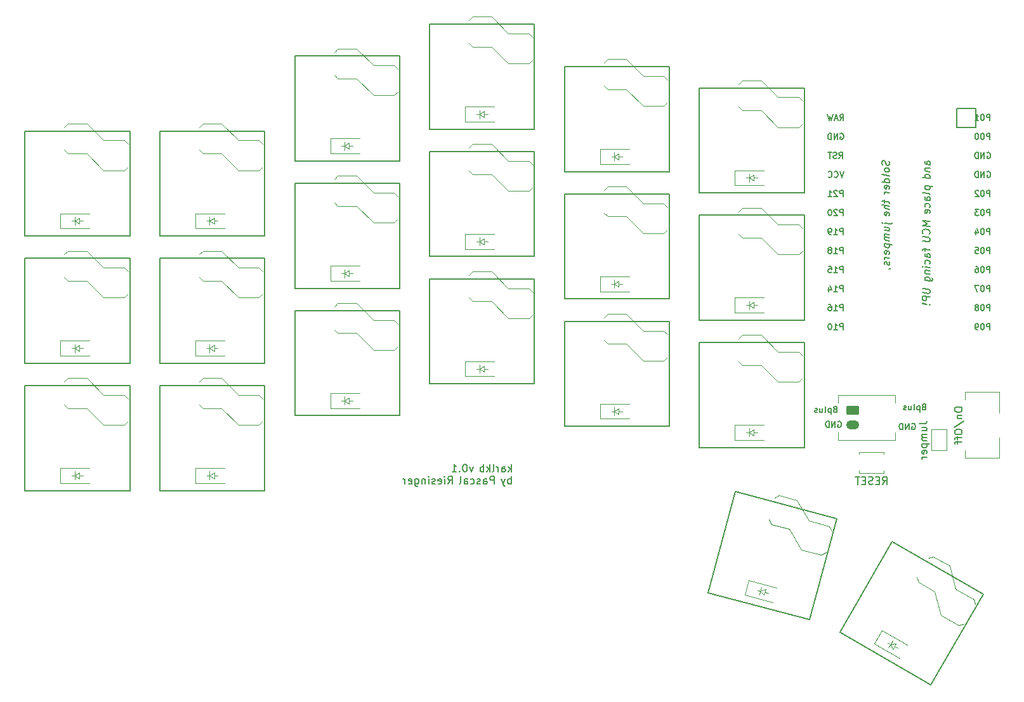
<source format=gbr>
%TF.GenerationSoftware,KiCad,Pcbnew,(7.0.0-0)*%
%TF.CreationDate,2023-02-19T20:14:33+01:00*%
%TF.ProjectId,karlkb_6x3,6b61726c-6b62-45f3-9678-332e6b696361,v0.1*%
%TF.SameCoordinates,Original*%
%TF.FileFunction,Legend,Bot*%
%TF.FilePolarity,Positive*%
%FSLAX46Y46*%
G04 Gerber Fmt 4.6, Leading zero omitted, Abs format (unit mm)*
G04 Created by KiCad (PCBNEW (7.0.0-0)) date 2023-02-19 20:14:33*
%MOMM*%
%LPD*%
G01*
G04 APERTURE LIST*
G04 Aperture macros list*
%AMRoundRect*
0 Rectangle with rounded corners*
0 $1 Rounding radius*
0 $2 $3 $4 $5 $6 $7 $8 $9 X,Y pos of 4 corners*
0 Add a 4 corners polygon primitive as box body*
4,1,4,$2,$3,$4,$5,$6,$7,$8,$9,$2,$3,0*
0 Add four circle primitives for the rounded corners*
1,1,$1+$1,$2,$3*
1,1,$1+$1,$4,$5*
1,1,$1+$1,$6,$7*
1,1,$1+$1,$8,$9*
0 Add four rect primitives between the rounded corners*
20,1,$1+$1,$2,$3,$4,$5,0*
20,1,$1+$1,$4,$5,$6,$7,0*
20,1,$1+$1,$6,$7,$8,$9,0*
20,1,$1+$1,$8,$9,$2,$3,0*%
G04 Aperture macros list end*
%ADD10C,0.150000*%
%ADD11C,0.120000*%
%ADD12C,0.100000*%
%ADD13RoundRect,0.250000X-0.625000X-0.350000X0.625000X-0.350000X0.625000X0.350000X-0.625000X0.350000X0*%
%ADD14O,1.750000X1.200000*%
G04 APERTURE END LIST*
D10*
X207881904Y-154497380D02*
X207881904Y-153497380D01*
X207786666Y-154116428D02*
X207500952Y-154497380D01*
X207500952Y-153830714D02*
X207881904Y-154211666D01*
X206643809Y-154497380D02*
X206643809Y-153973571D01*
X206643809Y-153973571D02*
X206691428Y-153878333D01*
X206691428Y-153878333D02*
X206786666Y-153830714D01*
X206786666Y-153830714D02*
X206977142Y-153830714D01*
X206977142Y-153830714D02*
X207072380Y-153878333D01*
X206643809Y-154449761D02*
X206739047Y-154497380D01*
X206739047Y-154497380D02*
X206977142Y-154497380D01*
X206977142Y-154497380D02*
X207072380Y-154449761D01*
X207072380Y-154449761D02*
X207119999Y-154354523D01*
X207119999Y-154354523D02*
X207119999Y-154259285D01*
X207119999Y-154259285D02*
X207072380Y-154164047D01*
X207072380Y-154164047D02*
X206977142Y-154116428D01*
X206977142Y-154116428D02*
X206739047Y-154116428D01*
X206739047Y-154116428D02*
X206643809Y-154068809D01*
X206167618Y-154497380D02*
X206167618Y-153830714D01*
X206167618Y-154021190D02*
X206119999Y-153925952D01*
X206119999Y-153925952D02*
X206072380Y-153878333D01*
X206072380Y-153878333D02*
X205977142Y-153830714D01*
X205977142Y-153830714D02*
X205881904Y-153830714D01*
X205405713Y-154497380D02*
X205500951Y-154449761D01*
X205500951Y-154449761D02*
X205548570Y-154354523D01*
X205548570Y-154354523D02*
X205548570Y-153497380D01*
X205024760Y-154497380D02*
X205024760Y-153497380D01*
X204929522Y-154116428D02*
X204643808Y-154497380D01*
X204643808Y-153830714D02*
X205024760Y-154211666D01*
X204215236Y-154497380D02*
X204215236Y-153497380D01*
X204215236Y-153878333D02*
X204119998Y-153830714D01*
X204119998Y-153830714D02*
X203929522Y-153830714D01*
X203929522Y-153830714D02*
X203834284Y-153878333D01*
X203834284Y-153878333D02*
X203786665Y-153925952D01*
X203786665Y-153925952D02*
X203739046Y-154021190D01*
X203739046Y-154021190D02*
X203739046Y-154306904D01*
X203739046Y-154306904D02*
X203786665Y-154402142D01*
X203786665Y-154402142D02*
X203834284Y-154449761D01*
X203834284Y-154449761D02*
X203929522Y-154497380D01*
X203929522Y-154497380D02*
X204119998Y-154497380D01*
X204119998Y-154497380D02*
X204215236Y-154449761D01*
X202805712Y-153830714D02*
X202567617Y-154497380D01*
X202567617Y-154497380D02*
X202329522Y-153830714D01*
X201758093Y-153497380D02*
X201662855Y-153497380D01*
X201662855Y-153497380D02*
X201567617Y-153545000D01*
X201567617Y-153545000D02*
X201519998Y-153592619D01*
X201519998Y-153592619D02*
X201472379Y-153687857D01*
X201472379Y-153687857D02*
X201424760Y-153878333D01*
X201424760Y-153878333D02*
X201424760Y-154116428D01*
X201424760Y-154116428D02*
X201472379Y-154306904D01*
X201472379Y-154306904D02*
X201519998Y-154402142D01*
X201519998Y-154402142D02*
X201567617Y-154449761D01*
X201567617Y-154449761D02*
X201662855Y-154497380D01*
X201662855Y-154497380D02*
X201758093Y-154497380D01*
X201758093Y-154497380D02*
X201853331Y-154449761D01*
X201853331Y-154449761D02*
X201900950Y-154402142D01*
X201900950Y-154402142D02*
X201948569Y-154306904D01*
X201948569Y-154306904D02*
X201996188Y-154116428D01*
X201996188Y-154116428D02*
X201996188Y-153878333D01*
X201996188Y-153878333D02*
X201948569Y-153687857D01*
X201948569Y-153687857D02*
X201900950Y-153592619D01*
X201900950Y-153592619D02*
X201853331Y-153545000D01*
X201853331Y-153545000D02*
X201758093Y-153497380D01*
X200996188Y-154402142D02*
X200948569Y-154449761D01*
X200948569Y-154449761D02*
X200996188Y-154497380D01*
X200996188Y-154497380D02*
X201043807Y-154449761D01*
X201043807Y-154449761D02*
X200996188Y-154402142D01*
X200996188Y-154402142D02*
X200996188Y-154497380D01*
X199996189Y-154497380D02*
X200567617Y-154497380D01*
X200281903Y-154497380D02*
X200281903Y-153497380D01*
X200281903Y-153497380D02*
X200377141Y-153640238D01*
X200377141Y-153640238D02*
X200472379Y-153735476D01*
X200472379Y-153735476D02*
X200567617Y-153783095D01*
X207881904Y-156117380D02*
X207881904Y-155117380D01*
X207881904Y-155498333D02*
X207786666Y-155450714D01*
X207786666Y-155450714D02*
X207596190Y-155450714D01*
X207596190Y-155450714D02*
X207500952Y-155498333D01*
X207500952Y-155498333D02*
X207453333Y-155545952D01*
X207453333Y-155545952D02*
X207405714Y-155641190D01*
X207405714Y-155641190D02*
X207405714Y-155926904D01*
X207405714Y-155926904D02*
X207453333Y-156022142D01*
X207453333Y-156022142D02*
X207500952Y-156069761D01*
X207500952Y-156069761D02*
X207596190Y-156117380D01*
X207596190Y-156117380D02*
X207786666Y-156117380D01*
X207786666Y-156117380D02*
X207881904Y-156069761D01*
X207072380Y-155450714D02*
X206834285Y-156117380D01*
X206596190Y-155450714D02*
X206834285Y-156117380D01*
X206834285Y-156117380D02*
X206929523Y-156355476D01*
X206929523Y-156355476D02*
X206977142Y-156403095D01*
X206977142Y-156403095D02*
X207072380Y-156450714D01*
X205615237Y-156117380D02*
X205615237Y-155117380D01*
X205615237Y-155117380D02*
X205234285Y-155117380D01*
X205234285Y-155117380D02*
X205139047Y-155165000D01*
X205139047Y-155165000D02*
X205091428Y-155212619D01*
X205091428Y-155212619D02*
X205043809Y-155307857D01*
X205043809Y-155307857D02*
X205043809Y-155450714D01*
X205043809Y-155450714D02*
X205091428Y-155545952D01*
X205091428Y-155545952D02*
X205139047Y-155593571D01*
X205139047Y-155593571D02*
X205234285Y-155641190D01*
X205234285Y-155641190D02*
X205615237Y-155641190D01*
X204186666Y-156117380D02*
X204186666Y-155593571D01*
X204186666Y-155593571D02*
X204234285Y-155498333D01*
X204234285Y-155498333D02*
X204329523Y-155450714D01*
X204329523Y-155450714D02*
X204519999Y-155450714D01*
X204519999Y-155450714D02*
X204615237Y-155498333D01*
X204186666Y-156069761D02*
X204281904Y-156117380D01*
X204281904Y-156117380D02*
X204519999Y-156117380D01*
X204519999Y-156117380D02*
X204615237Y-156069761D01*
X204615237Y-156069761D02*
X204662856Y-155974523D01*
X204662856Y-155974523D02*
X204662856Y-155879285D01*
X204662856Y-155879285D02*
X204615237Y-155784047D01*
X204615237Y-155784047D02*
X204519999Y-155736428D01*
X204519999Y-155736428D02*
X204281904Y-155736428D01*
X204281904Y-155736428D02*
X204186666Y-155688809D01*
X203758094Y-156069761D02*
X203662856Y-156117380D01*
X203662856Y-156117380D02*
X203472380Y-156117380D01*
X203472380Y-156117380D02*
X203377142Y-156069761D01*
X203377142Y-156069761D02*
X203329523Y-155974523D01*
X203329523Y-155974523D02*
X203329523Y-155926904D01*
X203329523Y-155926904D02*
X203377142Y-155831666D01*
X203377142Y-155831666D02*
X203472380Y-155784047D01*
X203472380Y-155784047D02*
X203615237Y-155784047D01*
X203615237Y-155784047D02*
X203710475Y-155736428D01*
X203710475Y-155736428D02*
X203758094Y-155641190D01*
X203758094Y-155641190D02*
X203758094Y-155593571D01*
X203758094Y-155593571D02*
X203710475Y-155498333D01*
X203710475Y-155498333D02*
X203615237Y-155450714D01*
X203615237Y-155450714D02*
X203472380Y-155450714D01*
X203472380Y-155450714D02*
X203377142Y-155498333D01*
X202472380Y-156069761D02*
X202567618Y-156117380D01*
X202567618Y-156117380D02*
X202758094Y-156117380D01*
X202758094Y-156117380D02*
X202853332Y-156069761D01*
X202853332Y-156069761D02*
X202900951Y-156022142D01*
X202900951Y-156022142D02*
X202948570Y-155926904D01*
X202948570Y-155926904D02*
X202948570Y-155641190D01*
X202948570Y-155641190D02*
X202900951Y-155545952D01*
X202900951Y-155545952D02*
X202853332Y-155498333D01*
X202853332Y-155498333D02*
X202758094Y-155450714D01*
X202758094Y-155450714D02*
X202567618Y-155450714D01*
X202567618Y-155450714D02*
X202472380Y-155498333D01*
X201615237Y-156117380D02*
X201615237Y-155593571D01*
X201615237Y-155593571D02*
X201662856Y-155498333D01*
X201662856Y-155498333D02*
X201758094Y-155450714D01*
X201758094Y-155450714D02*
X201948570Y-155450714D01*
X201948570Y-155450714D02*
X202043808Y-155498333D01*
X201615237Y-156069761D02*
X201710475Y-156117380D01*
X201710475Y-156117380D02*
X201948570Y-156117380D01*
X201948570Y-156117380D02*
X202043808Y-156069761D01*
X202043808Y-156069761D02*
X202091427Y-155974523D01*
X202091427Y-155974523D02*
X202091427Y-155879285D01*
X202091427Y-155879285D02*
X202043808Y-155784047D01*
X202043808Y-155784047D02*
X201948570Y-155736428D01*
X201948570Y-155736428D02*
X201710475Y-155736428D01*
X201710475Y-155736428D02*
X201615237Y-155688809D01*
X200996189Y-156117380D02*
X201091427Y-156069761D01*
X201091427Y-156069761D02*
X201139046Y-155974523D01*
X201139046Y-155974523D02*
X201139046Y-155117380D01*
X199443808Y-156117380D02*
X199777141Y-155641190D01*
X200015236Y-156117380D02*
X200015236Y-155117380D01*
X200015236Y-155117380D02*
X199634284Y-155117380D01*
X199634284Y-155117380D02*
X199539046Y-155165000D01*
X199539046Y-155165000D02*
X199491427Y-155212619D01*
X199491427Y-155212619D02*
X199443808Y-155307857D01*
X199443808Y-155307857D02*
X199443808Y-155450714D01*
X199443808Y-155450714D02*
X199491427Y-155545952D01*
X199491427Y-155545952D02*
X199539046Y-155593571D01*
X199539046Y-155593571D02*
X199634284Y-155641190D01*
X199634284Y-155641190D02*
X200015236Y-155641190D01*
X199015236Y-156117380D02*
X199015236Y-155450714D01*
X199015236Y-155117380D02*
X199062855Y-155165000D01*
X199062855Y-155165000D02*
X199015236Y-155212619D01*
X199015236Y-155212619D02*
X198967617Y-155165000D01*
X198967617Y-155165000D02*
X199015236Y-155117380D01*
X199015236Y-155117380D02*
X199015236Y-155212619D01*
X198158094Y-156069761D02*
X198253332Y-156117380D01*
X198253332Y-156117380D02*
X198443808Y-156117380D01*
X198443808Y-156117380D02*
X198539046Y-156069761D01*
X198539046Y-156069761D02*
X198586665Y-155974523D01*
X198586665Y-155974523D02*
X198586665Y-155593571D01*
X198586665Y-155593571D02*
X198539046Y-155498333D01*
X198539046Y-155498333D02*
X198443808Y-155450714D01*
X198443808Y-155450714D02*
X198253332Y-155450714D01*
X198253332Y-155450714D02*
X198158094Y-155498333D01*
X198158094Y-155498333D02*
X198110475Y-155593571D01*
X198110475Y-155593571D02*
X198110475Y-155688809D01*
X198110475Y-155688809D02*
X198586665Y-155784047D01*
X197729522Y-156069761D02*
X197634284Y-156117380D01*
X197634284Y-156117380D02*
X197443808Y-156117380D01*
X197443808Y-156117380D02*
X197348570Y-156069761D01*
X197348570Y-156069761D02*
X197300951Y-155974523D01*
X197300951Y-155974523D02*
X197300951Y-155926904D01*
X197300951Y-155926904D02*
X197348570Y-155831666D01*
X197348570Y-155831666D02*
X197443808Y-155784047D01*
X197443808Y-155784047D02*
X197586665Y-155784047D01*
X197586665Y-155784047D02*
X197681903Y-155736428D01*
X197681903Y-155736428D02*
X197729522Y-155641190D01*
X197729522Y-155641190D02*
X197729522Y-155593571D01*
X197729522Y-155593571D02*
X197681903Y-155498333D01*
X197681903Y-155498333D02*
X197586665Y-155450714D01*
X197586665Y-155450714D02*
X197443808Y-155450714D01*
X197443808Y-155450714D02*
X197348570Y-155498333D01*
X196872379Y-156117380D02*
X196872379Y-155450714D01*
X196872379Y-155117380D02*
X196919998Y-155165000D01*
X196919998Y-155165000D02*
X196872379Y-155212619D01*
X196872379Y-155212619D02*
X196824760Y-155165000D01*
X196824760Y-155165000D02*
X196872379Y-155117380D01*
X196872379Y-155117380D02*
X196872379Y-155212619D01*
X196396189Y-155450714D02*
X196396189Y-156117380D01*
X196396189Y-155545952D02*
X196348570Y-155498333D01*
X196348570Y-155498333D02*
X196253332Y-155450714D01*
X196253332Y-155450714D02*
X196110475Y-155450714D01*
X196110475Y-155450714D02*
X196015237Y-155498333D01*
X196015237Y-155498333D02*
X195967618Y-155593571D01*
X195967618Y-155593571D02*
X195967618Y-156117380D01*
X195062856Y-155450714D02*
X195062856Y-156260238D01*
X195062856Y-156260238D02*
X195110475Y-156355476D01*
X195110475Y-156355476D02*
X195158094Y-156403095D01*
X195158094Y-156403095D02*
X195253332Y-156450714D01*
X195253332Y-156450714D02*
X195396189Y-156450714D01*
X195396189Y-156450714D02*
X195491427Y-156403095D01*
X195062856Y-156069761D02*
X195158094Y-156117380D01*
X195158094Y-156117380D02*
X195348570Y-156117380D01*
X195348570Y-156117380D02*
X195443808Y-156069761D01*
X195443808Y-156069761D02*
X195491427Y-156022142D01*
X195491427Y-156022142D02*
X195539046Y-155926904D01*
X195539046Y-155926904D02*
X195539046Y-155641190D01*
X195539046Y-155641190D02*
X195491427Y-155545952D01*
X195491427Y-155545952D02*
X195443808Y-155498333D01*
X195443808Y-155498333D02*
X195348570Y-155450714D01*
X195348570Y-155450714D02*
X195158094Y-155450714D01*
X195158094Y-155450714D02*
X195062856Y-155498333D01*
X194205713Y-156069761D02*
X194300951Y-156117380D01*
X194300951Y-156117380D02*
X194491427Y-156117380D01*
X194491427Y-156117380D02*
X194586665Y-156069761D01*
X194586665Y-156069761D02*
X194634284Y-155974523D01*
X194634284Y-155974523D02*
X194634284Y-155593571D01*
X194634284Y-155593571D02*
X194586665Y-155498333D01*
X194586665Y-155498333D02*
X194491427Y-155450714D01*
X194491427Y-155450714D02*
X194300951Y-155450714D01*
X194300951Y-155450714D02*
X194205713Y-155498333D01*
X194205713Y-155498333D02*
X194158094Y-155593571D01*
X194158094Y-155593571D02*
X194158094Y-155688809D01*
X194158094Y-155688809D02*
X194634284Y-155784047D01*
X193729522Y-156117380D02*
X193729522Y-155450714D01*
X193729522Y-155641190D02*
X193681903Y-155545952D01*
X193681903Y-155545952D02*
X193634284Y-155498333D01*
X193634284Y-155498333D02*
X193539046Y-155450714D01*
X193539046Y-155450714D02*
X193443808Y-155450714D01*
X258319761Y-113028571D02*
X258367380Y-113177380D01*
X258367380Y-113177380D02*
X258367380Y-113415476D01*
X258367380Y-113415476D02*
X258319761Y-113504761D01*
X258319761Y-113504761D02*
X258272142Y-113546428D01*
X258272142Y-113546428D02*
X258176904Y-113582142D01*
X258176904Y-113582142D02*
X258081666Y-113570238D01*
X258081666Y-113570238D02*
X257986428Y-113510714D01*
X257986428Y-113510714D02*
X257938809Y-113457142D01*
X257938809Y-113457142D02*
X257891190Y-113355952D01*
X257891190Y-113355952D02*
X257843571Y-113159523D01*
X257843571Y-113159523D02*
X257795952Y-113058333D01*
X257795952Y-113058333D02*
X257748333Y-113004761D01*
X257748333Y-113004761D02*
X257653095Y-112945238D01*
X257653095Y-112945238D02*
X257557857Y-112933333D01*
X257557857Y-112933333D02*
X257462619Y-112969047D01*
X257462619Y-112969047D02*
X257415000Y-113010714D01*
X257415000Y-113010714D02*
X257367380Y-113100000D01*
X257367380Y-113100000D02*
X257367380Y-113338095D01*
X257367380Y-113338095D02*
X257415000Y-113486904D01*
X258367380Y-114177381D02*
X258319761Y-114076190D01*
X258319761Y-114076190D02*
X258272142Y-114022619D01*
X258272142Y-114022619D02*
X258176904Y-113963095D01*
X258176904Y-113963095D02*
X257891190Y-113927381D01*
X257891190Y-113927381D02*
X257795952Y-113963095D01*
X257795952Y-113963095D02*
X257748333Y-114004761D01*
X257748333Y-114004761D02*
X257700714Y-114094047D01*
X257700714Y-114094047D02*
X257700714Y-114236904D01*
X257700714Y-114236904D02*
X257748333Y-114338095D01*
X257748333Y-114338095D02*
X257795952Y-114391666D01*
X257795952Y-114391666D02*
X257891190Y-114451190D01*
X257891190Y-114451190D02*
X258176904Y-114486904D01*
X258176904Y-114486904D02*
X258272142Y-114451190D01*
X258272142Y-114451190D02*
X258319761Y-114409523D01*
X258319761Y-114409523D02*
X258367380Y-114320238D01*
X258367380Y-114320238D02*
X258367380Y-114177381D01*
X258367380Y-115082143D02*
X258319761Y-114980952D01*
X258319761Y-114980952D02*
X258224523Y-114921428D01*
X258224523Y-114921428D02*
X257367380Y-114814285D01*
X258367380Y-115891667D02*
X257367380Y-115766667D01*
X258319761Y-115885714D02*
X258367380Y-115796429D01*
X258367380Y-115796429D02*
X258367380Y-115605953D01*
X258367380Y-115605953D02*
X258319761Y-115504762D01*
X258319761Y-115504762D02*
X258272142Y-115451191D01*
X258272142Y-115451191D02*
X258176904Y-115391667D01*
X258176904Y-115391667D02*
X257891190Y-115355953D01*
X257891190Y-115355953D02*
X257795952Y-115391667D01*
X257795952Y-115391667D02*
X257748333Y-115433333D01*
X257748333Y-115433333D02*
X257700714Y-115522619D01*
X257700714Y-115522619D02*
X257700714Y-115713095D01*
X257700714Y-115713095D02*
X257748333Y-115814286D01*
X258319761Y-116742857D02*
X258367380Y-116653572D01*
X258367380Y-116653572D02*
X258367380Y-116463095D01*
X258367380Y-116463095D02*
X258319761Y-116361905D01*
X258319761Y-116361905D02*
X258224523Y-116302381D01*
X258224523Y-116302381D02*
X257843571Y-116254762D01*
X257843571Y-116254762D02*
X257748333Y-116290476D01*
X257748333Y-116290476D02*
X257700714Y-116379762D01*
X257700714Y-116379762D02*
X257700714Y-116570238D01*
X257700714Y-116570238D02*
X257748333Y-116671429D01*
X257748333Y-116671429D02*
X257843571Y-116730953D01*
X257843571Y-116730953D02*
X257938809Y-116742857D01*
X257938809Y-116742857D02*
X258034047Y-116278572D01*
X258367380Y-117225000D02*
X257700714Y-117141667D01*
X257891190Y-117165477D02*
X257795952Y-117201191D01*
X257795952Y-117201191D02*
X257748333Y-117242858D01*
X257748333Y-117242858D02*
X257700714Y-117332143D01*
X257700714Y-117332143D02*
X257700714Y-117427381D01*
X257700714Y-118217858D02*
X257700714Y-118598810D01*
X257367380Y-118319048D02*
X258224523Y-118426191D01*
X258224523Y-118426191D02*
X258319761Y-118485715D01*
X258319761Y-118485715D02*
X258367380Y-118586906D01*
X258367380Y-118586906D02*
X258367380Y-118682144D01*
X258367380Y-119015477D02*
X257367380Y-118890477D01*
X258367380Y-119444049D02*
X257843571Y-119378573D01*
X257843571Y-119378573D02*
X257748333Y-119319049D01*
X257748333Y-119319049D02*
X257700714Y-119217858D01*
X257700714Y-119217858D02*
X257700714Y-119075001D01*
X257700714Y-119075001D02*
X257748333Y-118985715D01*
X257748333Y-118985715D02*
X257795952Y-118944049D01*
X258319761Y-120295239D02*
X258367380Y-120205954D01*
X258367380Y-120205954D02*
X258367380Y-120015477D01*
X258367380Y-120015477D02*
X258319761Y-119914287D01*
X258319761Y-119914287D02*
X258224523Y-119854763D01*
X258224523Y-119854763D02*
X257843571Y-119807144D01*
X257843571Y-119807144D02*
X257748333Y-119842858D01*
X257748333Y-119842858D02*
X257700714Y-119932144D01*
X257700714Y-119932144D02*
X257700714Y-120122620D01*
X257700714Y-120122620D02*
X257748333Y-120223811D01*
X257748333Y-120223811D02*
X257843571Y-120283335D01*
X257843571Y-120283335D02*
X257938809Y-120295239D01*
X257938809Y-120295239D02*
X258034047Y-119830954D01*
X257700714Y-121294049D02*
X258557857Y-121401192D01*
X258557857Y-121401192D02*
X258653095Y-121365478D01*
X258653095Y-121365478D02*
X258700714Y-121276192D01*
X258700714Y-121276192D02*
X258700714Y-121228573D01*
X257367380Y-121252382D02*
X257415000Y-121210716D01*
X257415000Y-121210716D02*
X257462619Y-121264287D01*
X257462619Y-121264287D02*
X257415000Y-121305954D01*
X257415000Y-121305954D02*
X257367380Y-121252382D01*
X257367380Y-121252382D02*
X257462619Y-121264287D01*
X257700714Y-122234525D02*
X258367380Y-122317859D01*
X257700714Y-121805954D02*
X258224523Y-121871430D01*
X258224523Y-121871430D02*
X258319761Y-121930954D01*
X258319761Y-121930954D02*
X258367380Y-122032145D01*
X258367380Y-122032145D02*
X258367380Y-122175002D01*
X258367380Y-122175002D02*
X258319761Y-122264287D01*
X258319761Y-122264287D02*
X258272142Y-122305954D01*
X258367380Y-122794049D02*
X257700714Y-122710716D01*
X257795952Y-122722621D02*
X257748333Y-122764287D01*
X257748333Y-122764287D02*
X257700714Y-122853573D01*
X257700714Y-122853573D02*
X257700714Y-122996430D01*
X257700714Y-122996430D02*
X257748333Y-123097621D01*
X257748333Y-123097621D02*
X257843571Y-123157145D01*
X257843571Y-123157145D02*
X258367380Y-123222621D01*
X257843571Y-123157145D02*
X257748333Y-123192859D01*
X257748333Y-123192859D02*
X257700714Y-123282145D01*
X257700714Y-123282145D02*
X257700714Y-123425002D01*
X257700714Y-123425002D02*
X257748333Y-123526192D01*
X257748333Y-123526192D02*
X257843571Y-123585716D01*
X257843571Y-123585716D02*
X258367380Y-123651192D01*
X257700714Y-124044049D02*
X258700714Y-124169049D01*
X257748333Y-124050001D02*
X257700714Y-124139287D01*
X257700714Y-124139287D02*
X257700714Y-124329763D01*
X257700714Y-124329763D02*
X257748333Y-124430954D01*
X257748333Y-124430954D02*
X257795952Y-124484525D01*
X257795952Y-124484525D02*
X257891190Y-124544049D01*
X257891190Y-124544049D02*
X258176904Y-124579763D01*
X258176904Y-124579763D02*
X258272142Y-124544049D01*
X258272142Y-124544049D02*
X258319761Y-124502382D01*
X258319761Y-124502382D02*
X258367380Y-124413097D01*
X258367380Y-124413097D02*
X258367380Y-124222620D01*
X258367380Y-124222620D02*
X258319761Y-124121430D01*
X258319761Y-125442858D02*
X258367380Y-125353573D01*
X258367380Y-125353573D02*
X258367380Y-125163096D01*
X258367380Y-125163096D02*
X258319761Y-125061906D01*
X258319761Y-125061906D02*
X258224523Y-125002382D01*
X258224523Y-125002382D02*
X257843571Y-124954763D01*
X257843571Y-124954763D02*
X257748333Y-124990477D01*
X257748333Y-124990477D02*
X257700714Y-125079763D01*
X257700714Y-125079763D02*
X257700714Y-125270239D01*
X257700714Y-125270239D02*
X257748333Y-125371430D01*
X257748333Y-125371430D02*
X257843571Y-125430954D01*
X257843571Y-125430954D02*
X257938809Y-125442858D01*
X257938809Y-125442858D02*
X258034047Y-124978573D01*
X258367380Y-125925001D02*
X257700714Y-125841668D01*
X257891190Y-125865478D02*
X257795952Y-125901192D01*
X257795952Y-125901192D02*
X257748333Y-125942859D01*
X257748333Y-125942859D02*
X257700714Y-126032144D01*
X257700714Y-126032144D02*
X257700714Y-126127382D01*
X258319761Y-126490478D02*
X258367380Y-126591668D01*
X258367380Y-126591668D02*
X258367380Y-126782145D01*
X258367380Y-126782145D02*
X258319761Y-126871430D01*
X258319761Y-126871430D02*
X258224523Y-126907145D01*
X258224523Y-126907145D02*
X258176904Y-126901192D01*
X258176904Y-126901192D02*
X258081666Y-126841668D01*
X258081666Y-126841668D02*
X258034047Y-126740478D01*
X258034047Y-126740478D02*
X258034047Y-126597621D01*
X258034047Y-126597621D02*
X257986428Y-126496430D01*
X257986428Y-126496430D02*
X257891190Y-126436907D01*
X257891190Y-126436907D02*
X257843571Y-126430954D01*
X257843571Y-126430954D02*
X257748333Y-126466668D01*
X257748333Y-126466668D02*
X257700714Y-126555954D01*
X257700714Y-126555954D02*
X257700714Y-126698811D01*
X257700714Y-126698811D02*
X257748333Y-126800002D01*
X258319761Y-127395240D02*
X258367380Y-127401192D01*
X258367380Y-127401192D02*
X258462619Y-127365478D01*
X258462619Y-127365478D02*
X258510238Y-127323811D01*
X263767380Y-113510714D02*
X263243571Y-113445238D01*
X263243571Y-113445238D02*
X263148333Y-113385714D01*
X263148333Y-113385714D02*
X263100714Y-113284523D01*
X263100714Y-113284523D02*
X263100714Y-113094047D01*
X263100714Y-113094047D02*
X263148333Y-113004761D01*
X263719761Y-113504761D02*
X263767380Y-113415476D01*
X263767380Y-113415476D02*
X263767380Y-113177380D01*
X263767380Y-113177380D02*
X263719761Y-113076190D01*
X263719761Y-113076190D02*
X263624523Y-113016666D01*
X263624523Y-113016666D02*
X263529285Y-113004761D01*
X263529285Y-113004761D02*
X263434047Y-113040476D01*
X263434047Y-113040476D02*
X263386428Y-113129761D01*
X263386428Y-113129761D02*
X263386428Y-113367857D01*
X263386428Y-113367857D02*
X263338809Y-113457142D01*
X263100714Y-113903571D02*
X263767380Y-113986904D01*
X263195952Y-113915476D02*
X263148333Y-113957142D01*
X263148333Y-113957142D02*
X263100714Y-114046428D01*
X263100714Y-114046428D02*
X263100714Y-114189285D01*
X263100714Y-114189285D02*
X263148333Y-114290476D01*
X263148333Y-114290476D02*
X263243571Y-114350000D01*
X263243571Y-114350000D02*
X263767380Y-114415476D01*
X263767380Y-115320238D02*
X262767380Y-115195238D01*
X263719761Y-115314285D02*
X263767380Y-115225000D01*
X263767380Y-115225000D02*
X263767380Y-115034524D01*
X263767380Y-115034524D02*
X263719761Y-114933333D01*
X263719761Y-114933333D02*
X263672142Y-114879762D01*
X263672142Y-114879762D02*
X263576904Y-114820238D01*
X263576904Y-114820238D02*
X263291190Y-114784524D01*
X263291190Y-114784524D02*
X263195952Y-114820238D01*
X263195952Y-114820238D02*
X263148333Y-114861904D01*
X263148333Y-114861904D02*
X263100714Y-114951190D01*
X263100714Y-114951190D02*
X263100714Y-115141666D01*
X263100714Y-115141666D02*
X263148333Y-115242857D01*
X263100714Y-116313095D02*
X264100714Y-116438095D01*
X263148333Y-116319047D02*
X263100714Y-116408333D01*
X263100714Y-116408333D02*
X263100714Y-116598809D01*
X263100714Y-116598809D02*
X263148333Y-116700000D01*
X263148333Y-116700000D02*
X263195952Y-116753571D01*
X263195952Y-116753571D02*
X263291190Y-116813095D01*
X263291190Y-116813095D02*
X263576904Y-116848809D01*
X263576904Y-116848809D02*
X263672142Y-116813095D01*
X263672142Y-116813095D02*
X263719761Y-116771428D01*
X263719761Y-116771428D02*
X263767380Y-116682143D01*
X263767380Y-116682143D02*
X263767380Y-116491666D01*
X263767380Y-116491666D02*
X263719761Y-116390476D01*
X263767380Y-117479762D02*
X263719761Y-117378571D01*
X263719761Y-117378571D02*
X263624523Y-117319047D01*
X263624523Y-117319047D02*
X262767380Y-117211904D01*
X263767380Y-118289286D02*
X263243571Y-118223810D01*
X263243571Y-118223810D02*
X263148333Y-118164286D01*
X263148333Y-118164286D02*
X263100714Y-118063095D01*
X263100714Y-118063095D02*
X263100714Y-117872619D01*
X263100714Y-117872619D02*
X263148333Y-117783333D01*
X263719761Y-118283333D02*
X263767380Y-118194048D01*
X263767380Y-118194048D02*
X263767380Y-117955952D01*
X263767380Y-117955952D02*
X263719761Y-117854762D01*
X263719761Y-117854762D02*
X263624523Y-117795238D01*
X263624523Y-117795238D02*
X263529285Y-117783333D01*
X263529285Y-117783333D02*
X263434047Y-117819048D01*
X263434047Y-117819048D02*
X263386428Y-117908333D01*
X263386428Y-117908333D02*
X263386428Y-118146429D01*
X263386428Y-118146429D02*
X263338809Y-118235714D01*
X263719761Y-119188095D02*
X263767380Y-119098810D01*
X263767380Y-119098810D02*
X263767380Y-118908334D01*
X263767380Y-118908334D02*
X263719761Y-118807143D01*
X263719761Y-118807143D02*
X263672142Y-118753572D01*
X263672142Y-118753572D02*
X263576904Y-118694048D01*
X263576904Y-118694048D02*
X263291190Y-118658334D01*
X263291190Y-118658334D02*
X263195952Y-118694048D01*
X263195952Y-118694048D02*
X263148333Y-118735714D01*
X263148333Y-118735714D02*
X263100714Y-118825000D01*
X263100714Y-118825000D02*
X263100714Y-119015476D01*
X263100714Y-119015476D02*
X263148333Y-119116667D01*
X263719761Y-119997619D02*
X263767380Y-119908334D01*
X263767380Y-119908334D02*
X263767380Y-119717857D01*
X263767380Y-119717857D02*
X263719761Y-119616667D01*
X263719761Y-119616667D02*
X263624523Y-119557143D01*
X263624523Y-119557143D02*
X263243571Y-119509524D01*
X263243571Y-119509524D02*
X263148333Y-119545238D01*
X263148333Y-119545238D02*
X263100714Y-119634524D01*
X263100714Y-119634524D02*
X263100714Y-119825000D01*
X263100714Y-119825000D02*
X263148333Y-119926191D01*
X263148333Y-119926191D02*
X263243571Y-119985715D01*
X263243571Y-119985715D02*
X263338809Y-119997619D01*
X263338809Y-119997619D02*
X263434047Y-119533334D01*
X263767380Y-121079762D02*
X262767380Y-120954762D01*
X262767380Y-120954762D02*
X263481666Y-121377381D01*
X263481666Y-121377381D02*
X262767380Y-121621429D01*
X262767380Y-121621429D02*
X263767380Y-121746429D01*
X263672142Y-122782143D02*
X263719761Y-122740477D01*
X263719761Y-122740477D02*
X263767380Y-122603572D01*
X263767380Y-122603572D02*
X263767380Y-122508334D01*
X263767380Y-122508334D02*
X263719761Y-122359524D01*
X263719761Y-122359524D02*
X263624523Y-122252381D01*
X263624523Y-122252381D02*
X263529285Y-122192857D01*
X263529285Y-122192857D02*
X263338809Y-122121429D01*
X263338809Y-122121429D02*
X263195952Y-122103572D01*
X263195952Y-122103572D02*
X263005476Y-122127381D01*
X263005476Y-122127381D02*
X262910238Y-122163096D01*
X262910238Y-122163096D02*
X262815000Y-122246429D01*
X262815000Y-122246429D02*
X262767380Y-122383334D01*
X262767380Y-122383334D02*
X262767380Y-122478572D01*
X262767380Y-122478572D02*
X262815000Y-122627381D01*
X262815000Y-122627381D02*
X262862619Y-122680953D01*
X262767380Y-123097619D02*
X263576904Y-123198810D01*
X263576904Y-123198810D02*
X263672142Y-123258334D01*
X263672142Y-123258334D02*
X263719761Y-123311905D01*
X263719761Y-123311905D02*
X263767380Y-123413096D01*
X263767380Y-123413096D02*
X263767380Y-123603572D01*
X263767380Y-123603572D02*
X263719761Y-123692857D01*
X263719761Y-123692857D02*
X263672142Y-123734524D01*
X263672142Y-123734524D02*
X263576904Y-123770238D01*
X263576904Y-123770238D02*
X262767380Y-123669048D01*
X263100714Y-124644048D02*
X263100714Y-125025000D01*
X263767380Y-124870238D02*
X262910238Y-124763096D01*
X262910238Y-124763096D02*
X262815000Y-124798810D01*
X262815000Y-124798810D02*
X262767380Y-124888096D01*
X262767380Y-124888096D02*
X262767380Y-124983334D01*
X263767380Y-125870239D02*
X263243571Y-125804763D01*
X263243571Y-125804763D02*
X263148333Y-125745239D01*
X263148333Y-125745239D02*
X263100714Y-125644048D01*
X263100714Y-125644048D02*
X263100714Y-125453572D01*
X263100714Y-125453572D02*
X263148333Y-125364286D01*
X263719761Y-125864286D02*
X263767380Y-125775001D01*
X263767380Y-125775001D02*
X263767380Y-125536905D01*
X263767380Y-125536905D02*
X263719761Y-125435715D01*
X263719761Y-125435715D02*
X263624523Y-125376191D01*
X263624523Y-125376191D02*
X263529285Y-125364286D01*
X263529285Y-125364286D02*
X263434047Y-125400001D01*
X263434047Y-125400001D02*
X263386428Y-125489286D01*
X263386428Y-125489286D02*
X263386428Y-125727382D01*
X263386428Y-125727382D02*
X263338809Y-125816667D01*
X263719761Y-126769048D02*
X263767380Y-126679763D01*
X263767380Y-126679763D02*
X263767380Y-126489287D01*
X263767380Y-126489287D02*
X263719761Y-126388096D01*
X263719761Y-126388096D02*
X263672142Y-126334525D01*
X263672142Y-126334525D02*
X263576904Y-126275001D01*
X263576904Y-126275001D02*
X263291190Y-126239287D01*
X263291190Y-126239287D02*
X263195952Y-126275001D01*
X263195952Y-126275001D02*
X263148333Y-126316667D01*
X263148333Y-126316667D02*
X263100714Y-126405953D01*
X263100714Y-126405953D02*
X263100714Y-126596429D01*
X263100714Y-126596429D02*
X263148333Y-126697620D01*
X263767380Y-127203572D02*
X263100714Y-127120239D01*
X262767380Y-127078572D02*
X262815000Y-127036906D01*
X262815000Y-127036906D02*
X262862619Y-127090477D01*
X262862619Y-127090477D02*
X262815000Y-127132144D01*
X262815000Y-127132144D02*
X262767380Y-127078572D01*
X262767380Y-127078572D02*
X262862619Y-127090477D01*
X263100714Y-127596429D02*
X263767380Y-127679762D01*
X263195952Y-127608334D02*
X263148333Y-127650000D01*
X263148333Y-127650000D02*
X263100714Y-127739286D01*
X263100714Y-127739286D02*
X263100714Y-127882143D01*
X263100714Y-127882143D02*
X263148333Y-127983334D01*
X263148333Y-127983334D02*
X263243571Y-128042858D01*
X263243571Y-128042858D02*
X263767380Y-128108334D01*
X263100714Y-128929762D02*
X263910238Y-129030953D01*
X263910238Y-129030953D02*
X264005476Y-128995239D01*
X264005476Y-128995239D02*
X264053095Y-128953572D01*
X264053095Y-128953572D02*
X264100714Y-128864286D01*
X264100714Y-128864286D02*
X264100714Y-128721429D01*
X264100714Y-128721429D02*
X264053095Y-128620239D01*
X263719761Y-129007143D02*
X263767380Y-128917858D01*
X263767380Y-128917858D02*
X263767380Y-128727382D01*
X263767380Y-128727382D02*
X263719761Y-128626191D01*
X263719761Y-128626191D02*
X263672142Y-128572620D01*
X263672142Y-128572620D02*
X263576904Y-128513096D01*
X263576904Y-128513096D02*
X263291190Y-128477382D01*
X263291190Y-128477382D02*
X263195952Y-128513096D01*
X263195952Y-128513096D02*
X263148333Y-128554762D01*
X263148333Y-128554762D02*
X263100714Y-128644048D01*
X263100714Y-128644048D02*
X263100714Y-128834524D01*
X263100714Y-128834524D02*
X263148333Y-128935715D01*
X262767380Y-130000000D02*
X263576904Y-130101191D01*
X263576904Y-130101191D02*
X263672142Y-130160715D01*
X263672142Y-130160715D02*
X263719761Y-130214286D01*
X263719761Y-130214286D02*
X263767380Y-130315477D01*
X263767380Y-130315477D02*
X263767380Y-130505953D01*
X263767380Y-130505953D02*
X263719761Y-130595238D01*
X263719761Y-130595238D02*
X263672142Y-130636905D01*
X263672142Y-130636905D02*
X263576904Y-130672619D01*
X263576904Y-130672619D02*
X262767380Y-130571429D01*
X263767380Y-131172619D02*
X262767380Y-131047619D01*
X262767380Y-131047619D02*
X262767380Y-131428572D01*
X262767380Y-131428572D02*
X262815000Y-131529762D01*
X262815000Y-131529762D02*
X262862619Y-131583334D01*
X262862619Y-131583334D02*
X262957857Y-131642857D01*
X262957857Y-131642857D02*
X263100714Y-131660715D01*
X263100714Y-131660715D02*
X263195952Y-131625000D01*
X263195952Y-131625000D02*
X263243571Y-131583334D01*
X263243571Y-131583334D02*
X263291190Y-131494048D01*
X263291190Y-131494048D02*
X263291190Y-131113096D01*
X263672142Y-132160715D02*
X263719761Y-132214286D01*
X263719761Y-132214286D02*
X263767380Y-132172619D01*
X263767380Y-132172619D02*
X263719761Y-132119048D01*
X263719761Y-132119048D02*
X263672142Y-132160715D01*
X263672142Y-132160715D02*
X263767380Y-132172619D01*
X263386428Y-132125000D02*
X262815000Y-132005953D01*
X262815000Y-132005953D02*
X262767380Y-132047619D01*
X262767380Y-132047619D02*
X262815000Y-132101191D01*
X262815000Y-132101191D02*
X263386428Y-132125000D01*
X263386428Y-132125000D02*
X262767380Y-132047619D01*
X143000000Y-157000000D02*
X157000000Y-157000000D01*
X157000000Y-157000000D02*
X157000000Y-143000000D01*
X157000000Y-143000000D02*
X143000000Y-143000000D01*
X143000000Y-143000000D02*
X143000000Y-157000000D01*
X143000000Y-140000000D02*
X157000000Y-140000000D01*
X157000000Y-140000000D02*
X157000000Y-126000000D01*
X157000000Y-126000000D02*
X143000000Y-126000000D01*
X143000000Y-126000000D02*
X143000000Y-140000000D01*
X143000000Y-123000000D02*
X157000000Y-123000000D01*
X157000000Y-123000000D02*
X157000000Y-109000000D01*
X157000000Y-109000000D02*
X143000000Y-109000000D01*
X143000000Y-109000000D02*
X143000000Y-123000000D01*
X161000000Y-157000000D02*
X175000000Y-157000000D01*
X175000000Y-157000000D02*
X175000000Y-143000000D01*
X175000000Y-143000000D02*
X161000000Y-143000000D01*
X161000000Y-143000000D02*
X161000000Y-157000000D01*
X161000000Y-140000000D02*
X175000000Y-140000000D01*
X175000000Y-140000000D02*
X175000000Y-126000000D01*
X175000000Y-126000000D02*
X161000000Y-126000000D01*
X161000000Y-126000000D02*
X161000000Y-140000000D01*
X161000000Y-123000000D02*
X175000000Y-123000000D01*
X175000000Y-123000000D02*
X175000000Y-109000000D01*
X175000000Y-109000000D02*
X161000000Y-109000000D01*
X161000000Y-109000000D02*
X161000000Y-123000000D01*
X179000000Y-147000000D02*
X193000000Y-147000000D01*
X193000000Y-147000000D02*
X193000000Y-133000000D01*
X193000000Y-133000000D02*
X179000000Y-133000000D01*
X179000000Y-133000000D02*
X179000000Y-147000000D01*
X179000000Y-130000000D02*
X193000000Y-130000000D01*
X193000000Y-130000000D02*
X193000000Y-116000000D01*
X193000000Y-116000000D02*
X179000000Y-116000000D01*
X179000000Y-116000000D02*
X179000000Y-130000000D01*
X179000000Y-113000000D02*
X193000000Y-113000000D01*
X193000000Y-113000000D02*
X193000000Y-99000000D01*
X193000000Y-99000000D02*
X179000000Y-99000000D01*
X179000000Y-99000000D02*
X179000000Y-113000000D01*
X197000000Y-142750000D02*
X211000000Y-142750000D01*
X211000000Y-142750000D02*
X211000000Y-128750000D01*
X211000000Y-128750000D02*
X197000000Y-128750000D01*
X197000000Y-128750000D02*
X197000000Y-142750000D01*
X197000000Y-125750000D02*
X211000000Y-125750000D01*
X211000000Y-125750000D02*
X211000000Y-111750000D01*
X211000000Y-111750000D02*
X197000000Y-111750000D01*
X197000000Y-111750000D02*
X197000000Y-125750000D01*
X197000000Y-108750000D02*
X211000000Y-108750000D01*
X211000000Y-108750000D02*
X211000000Y-94750000D01*
X211000000Y-94750000D02*
X197000000Y-94750000D01*
X197000000Y-94750000D02*
X197000000Y-108750000D01*
X215000000Y-148416667D02*
X229000000Y-148416667D01*
X229000000Y-148416667D02*
X229000000Y-134416667D01*
X229000000Y-134416667D02*
X215000000Y-134416667D01*
X215000000Y-134416667D02*
X215000000Y-148416667D01*
X215000000Y-131416667D02*
X229000000Y-131416667D01*
X229000000Y-131416667D02*
X229000000Y-117416667D01*
X229000000Y-117416667D02*
X215000000Y-117416667D01*
X215000000Y-117416667D02*
X215000000Y-131416667D01*
X215000000Y-114416667D02*
X229000000Y-114416667D01*
X229000000Y-114416667D02*
X229000000Y-100416667D01*
X229000000Y-100416667D02*
X215000000Y-100416667D01*
X215000000Y-100416667D02*
X215000000Y-114416667D01*
X233000000Y-151250000D02*
X247000000Y-151250000D01*
X247000000Y-151250000D02*
X247000000Y-137250000D01*
X247000000Y-137250000D02*
X233000000Y-137250000D01*
X233000000Y-137250000D02*
X233000000Y-151250000D01*
X233000000Y-134250000D02*
X247000000Y-134250000D01*
X247000000Y-134250000D02*
X247000000Y-120250000D01*
X247000000Y-120250000D02*
X233000000Y-120250000D01*
X233000000Y-120250000D02*
X233000000Y-134250000D01*
X233000000Y-117250000D02*
X247000000Y-117250000D01*
X247000000Y-117250000D02*
X247000000Y-103250000D01*
X247000000Y-103250000D02*
X233000000Y-103250000D01*
X233000000Y-103250000D02*
X233000000Y-117250000D01*
X234200065Y-170634602D02*
X247723027Y-174258068D01*
X247723027Y-174258068D02*
X251346493Y-160735107D01*
X251346493Y-160735107D02*
X237823532Y-157111640D01*
X237823532Y-157111640D02*
X234200065Y-170634602D01*
X251748700Y-175925557D02*
X263873056Y-182925557D01*
X263873056Y-182925557D02*
X270873056Y-170801201D01*
X270873056Y-170801201D02*
X258748700Y-163801201D01*
X258748700Y-163801201D02*
X251748700Y-175925557D01*
%TO.C,MCU1*%
X271771428Y-135513904D02*
X271771428Y-134713904D01*
X271771428Y-134713904D02*
X271466666Y-134713904D01*
X271466666Y-134713904D02*
X271390476Y-134752000D01*
X271390476Y-134752000D02*
X271352381Y-134790095D01*
X271352381Y-134790095D02*
X271314285Y-134866285D01*
X271314285Y-134866285D02*
X271314285Y-134980571D01*
X271314285Y-134980571D02*
X271352381Y-135056761D01*
X271352381Y-135056761D02*
X271390476Y-135094857D01*
X271390476Y-135094857D02*
X271466666Y-135132952D01*
X271466666Y-135132952D02*
X271771428Y-135132952D01*
X270819047Y-134713904D02*
X270742857Y-134713904D01*
X270742857Y-134713904D02*
X270666666Y-134752000D01*
X270666666Y-134752000D02*
X270628571Y-134790095D01*
X270628571Y-134790095D02*
X270590476Y-134866285D01*
X270590476Y-134866285D02*
X270552381Y-135018666D01*
X270552381Y-135018666D02*
X270552381Y-135209142D01*
X270552381Y-135209142D02*
X270590476Y-135361523D01*
X270590476Y-135361523D02*
X270628571Y-135437714D01*
X270628571Y-135437714D02*
X270666666Y-135475809D01*
X270666666Y-135475809D02*
X270742857Y-135513904D01*
X270742857Y-135513904D02*
X270819047Y-135513904D01*
X270819047Y-135513904D02*
X270895238Y-135475809D01*
X270895238Y-135475809D02*
X270933333Y-135437714D01*
X270933333Y-135437714D02*
X270971428Y-135361523D01*
X270971428Y-135361523D02*
X271009524Y-135209142D01*
X271009524Y-135209142D02*
X271009524Y-135018666D01*
X271009524Y-135018666D02*
X270971428Y-134866285D01*
X270971428Y-134866285D02*
X270933333Y-134790095D01*
X270933333Y-134790095D02*
X270895238Y-134752000D01*
X270895238Y-134752000D02*
X270819047Y-134713904D01*
X270171428Y-135513904D02*
X270019047Y-135513904D01*
X270019047Y-135513904D02*
X269942857Y-135475809D01*
X269942857Y-135475809D02*
X269904761Y-135437714D01*
X269904761Y-135437714D02*
X269828571Y-135323428D01*
X269828571Y-135323428D02*
X269790476Y-135171047D01*
X269790476Y-135171047D02*
X269790476Y-134866285D01*
X269790476Y-134866285D02*
X269828571Y-134790095D01*
X269828571Y-134790095D02*
X269866666Y-134752000D01*
X269866666Y-134752000D02*
X269942857Y-134713904D01*
X269942857Y-134713904D02*
X270095238Y-134713904D01*
X270095238Y-134713904D02*
X270171428Y-134752000D01*
X270171428Y-134752000D02*
X270209523Y-134790095D01*
X270209523Y-134790095D02*
X270247619Y-134866285D01*
X270247619Y-134866285D02*
X270247619Y-135056761D01*
X270247619Y-135056761D02*
X270209523Y-135132952D01*
X270209523Y-135132952D02*
X270171428Y-135171047D01*
X270171428Y-135171047D02*
X270095238Y-135209142D01*
X270095238Y-135209142D02*
X269942857Y-135209142D01*
X269942857Y-135209142D02*
X269866666Y-135171047D01*
X269866666Y-135171047D02*
X269828571Y-135132952D01*
X269828571Y-135132952D02*
X269790476Y-135056761D01*
X271771428Y-132973904D02*
X271771428Y-132173904D01*
X271771428Y-132173904D02*
X271466666Y-132173904D01*
X271466666Y-132173904D02*
X271390476Y-132212000D01*
X271390476Y-132212000D02*
X271352381Y-132250095D01*
X271352381Y-132250095D02*
X271314285Y-132326285D01*
X271314285Y-132326285D02*
X271314285Y-132440571D01*
X271314285Y-132440571D02*
X271352381Y-132516761D01*
X271352381Y-132516761D02*
X271390476Y-132554857D01*
X271390476Y-132554857D02*
X271466666Y-132592952D01*
X271466666Y-132592952D02*
X271771428Y-132592952D01*
X270819047Y-132173904D02*
X270742857Y-132173904D01*
X270742857Y-132173904D02*
X270666666Y-132212000D01*
X270666666Y-132212000D02*
X270628571Y-132250095D01*
X270628571Y-132250095D02*
X270590476Y-132326285D01*
X270590476Y-132326285D02*
X270552381Y-132478666D01*
X270552381Y-132478666D02*
X270552381Y-132669142D01*
X270552381Y-132669142D02*
X270590476Y-132821523D01*
X270590476Y-132821523D02*
X270628571Y-132897714D01*
X270628571Y-132897714D02*
X270666666Y-132935809D01*
X270666666Y-132935809D02*
X270742857Y-132973904D01*
X270742857Y-132973904D02*
X270819047Y-132973904D01*
X270819047Y-132973904D02*
X270895238Y-132935809D01*
X270895238Y-132935809D02*
X270933333Y-132897714D01*
X270933333Y-132897714D02*
X270971428Y-132821523D01*
X270971428Y-132821523D02*
X271009524Y-132669142D01*
X271009524Y-132669142D02*
X271009524Y-132478666D01*
X271009524Y-132478666D02*
X270971428Y-132326285D01*
X270971428Y-132326285D02*
X270933333Y-132250095D01*
X270933333Y-132250095D02*
X270895238Y-132212000D01*
X270895238Y-132212000D02*
X270819047Y-132173904D01*
X270095238Y-132516761D02*
X270171428Y-132478666D01*
X270171428Y-132478666D02*
X270209523Y-132440571D01*
X270209523Y-132440571D02*
X270247619Y-132364380D01*
X270247619Y-132364380D02*
X270247619Y-132326285D01*
X270247619Y-132326285D02*
X270209523Y-132250095D01*
X270209523Y-132250095D02*
X270171428Y-132212000D01*
X270171428Y-132212000D02*
X270095238Y-132173904D01*
X270095238Y-132173904D02*
X269942857Y-132173904D01*
X269942857Y-132173904D02*
X269866666Y-132212000D01*
X269866666Y-132212000D02*
X269828571Y-132250095D01*
X269828571Y-132250095D02*
X269790476Y-132326285D01*
X269790476Y-132326285D02*
X269790476Y-132364380D01*
X269790476Y-132364380D02*
X269828571Y-132440571D01*
X269828571Y-132440571D02*
X269866666Y-132478666D01*
X269866666Y-132478666D02*
X269942857Y-132516761D01*
X269942857Y-132516761D02*
X270095238Y-132516761D01*
X270095238Y-132516761D02*
X270171428Y-132554857D01*
X270171428Y-132554857D02*
X270209523Y-132592952D01*
X270209523Y-132592952D02*
X270247619Y-132669142D01*
X270247619Y-132669142D02*
X270247619Y-132821523D01*
X270247619Y-132821523D02*
X270209523Y-132897714D01*
X270209523Y-132897714D02*
X270171428Y-132935809D01*
X270171428Y-132935809D02*
X270095238Y-132973904D01*
X270095238Y-132973904D02*
X269942857Y-132973904D01*
X269942857Y-132973904D02*
X269866666Y-132935809D01*
X269866666Y-132935809D02*
X269828571Y-132897714D01*
X269828571Y-132897714D02*
X269790476Y-132821523D01*
X269790476Y-132821523D02*
X269790476Y-132669142D01*
X269790476Y-132669142D02*
X269828571Y-132592952D01*
X269828571Y-132592952D02*
X269866666Y-132554857D01*
X269866666Y-132554857D02*
X269942857Y-132516761D01*
X271771428Y-130433904D02*
X271771428Y-129633904D01*
X271771428Y-129633904D02*
X271466666Y-129633904D01*
X271466666Y-129633904D02*
X271390476Y-129672000D01*
X271390476Y-129672000D02*
X271352381Y-129710095D01*
X271352381Y-129710095D02*
X271314285Y-129786285D01*
X271314285Y-129786285D02*
X271314285Y-129900571D01*
X271314285Y-129900571D02*
X271352381Y-129976761D01*
X271352381Y-129976761D02*
X271390476Y-130014857D01*
X271390476Y-130014857D02*
X271466666Y-130052952D01*
X271466666Y-130052952D02*
X271771428Y-130052952D01*
X270819047Y-129633904D02*
X270742857Y-129633904D01*
X270742857Y-129633904D02*
X270666666Y-129672000D01*
X270666666Y-129672000D02*
X270628571Y-129710095D01*
X270628571Y-129710095D02*
X270590476Y-129786285D01*
X270590476Y-129786285D02*
X270552381Y-129938666D01*
X270552381Y-129938666D02*
X270552381Y-130129142D01*
X270552381Y-130129142D02*
X270590476Y-130281523D01*
X270590476Y-130281523D02*
X270628571Y-130357714D01*
X270628571Y-130357714D02*
X270666666Y-130395809D01*
X270666666Y-130395809D02*
X270742857Y-130433904D01*
X270742857Y-130433904D02*
X270819047Y-130433904D01*
X270819047Y-130433904D02*
X270895238Y-130395809D01*
X270895238Y-130395809D02*
X270933333Y-130357714D01*
X270933333Y-130357714D02*
X270971428Y-130281523D01*
X270971428Y-130281523D02*
X271009524Y-130129142D01*
X271009524Y-130129142D02*
X271009524Y-129938666D01*
X271009524Y-129938666D02*
X270971428Y-129786285D01*
X270971428Y-129786285D02*
X270933333Y-129710095D01*
X270933333Y-129710095D02*
X270895238Y-129672000D01*
X270895238Y-129672000D02*
X270819047Y-129633904D01*
X270285714Y-129633904D02*
X269752380Y-129633904D01*
X269752380Y-129633904D02*
X270095238Y-130433904D01*
X271771428Y-127893904D02*
X271771428Y-127093904D01*
X271771428Y-127093904D02*
X271466666Y-127093904D01*
X271466666Y-127093904D02*
X271390476Y-127132000D01*
X271390476Y-127132000D02*
X271352381Y-127170095D01*
X271352381Y-127170095D02*
X271314285Y-127246285D01*
X271314285Y-127246285D02*
X271314285Y-127360571D01*
X271314285Y-127360571D02*
X271352381Y-127436761D01*
X271352381Y-127436761D02*
X271390476Y-127474857D01*
X271390476Y-127474857D02*
X271466666Y-127512952D01*
X271466666Y-127512952D02*
X271771428Y-127512952D01*
X270819047Y-127093904D02*
X270742857Y-127093904D01*
X270742857Y-127093904D02*
X270666666Y-127132000D01*
X270666666Y-127132000D02*
X270628571Y-127170095D01*
X270628571Y-127170095D02*
X270590476Y-127246285D01*
X270590476Y-127246285D02*
X270552381Y-127398666D01*
X270552381Y-127398666D02*
X270552381Y-127589142D01*
X270552381Y-127589142D02*
X270590476Y-127741523D01*
X270590476Y-127741523D02*
X270628571Y-127817714D01*
X270628571Y-127817714D02*
X270666666Y-127855809D01*
X270666666Y-127855809D02*
X270742857Y-127893904D01*
X270742857Y-127893904D02*
X270819047Y-127893904D01*
X270819047Y-127893904D02*
X270895238Y-127855809D01*
X270895238Y-127855809D02*
X270933333Y-127817714D01*
X270933333Y-127817714D02*
X270971428Y-127741523D01*
X270971428Y-127741523D02*
X271009524Y-127589142D01*
X271009524Y-127589142D02*
X271009524Y-127398666D01*
X271009524Y-127398666D02*
X270971428Y-127246285D01*
X270971428Y-127246285D02*
X270933333Y-127170095D01*
X270933333Y-127170095D02*
X270895238Y-127132000D01*
X270895238Y-127132000D02*
X270819047Y-127093904D01*
X269866666Y-127093904D02*
X270019047Y-127093904D01*
X270019047Y-127093904D02*
X270095238Y-127132000D01*
X270095238Y-127132000D02*
X270133333Y-127170095D01*
X270133333Y-127170095D02*
X270209523Y-127284380D01*
X270209523Y-127284380D02*
X270247619Y-127436761D01*
X270247619Y-127436761D02*
X270247619Y-127741523D01*
X270247619Y-127741523D02*
X270209523Y-127817714D01*
X270209523Y-127817714D02*
X270171428Y-127855809D01*
X270171428Y-127855809D02*
X270095238Y-127893904D01*
X270095238Y-127893904D02*
X269942857Y-127893904D01*
X269942857Y-127893904D02*
X269866666Y-127855809D01*
X269866666Y-127855809D02*
X269828571Y-127817714D01*
X269828571Y-127817714D02*
X269790476Y-127741523D01*
X269790476Y-127741523D02*
X269790476Y-127551047D01*
X269790476Y-127551047D02*
X269828571Y-127474857D01*
X269828571Y-127474857D02*
X269866666Y-127436761D01*
X269866666Y-127436761D02*
X269942857Y-127398666D01*
X269942857Y-127398666D02*
X270095238Y-127398666D01*
X270095238Y-127398666D02*
X270171428Y-127436761D01*
X270171428Y-127436761D02*
X270209523Y-127474857D01*
X270209523Y-127474857D02*
X270247619Y-127551047D01*
X271771428Y-125353904D02*
X271771428Y-124553904D01*
X271771428Y-124553904D02*
X271466666Y-124553904D01*
X271466666Y-124553904D02*
X271390476Y-124592000D01*
X271390476Y-124592000D02*
X271352381Y-124630095D01*
X271352381Y-124630095D02*
X271314285Y-124706285D01*
X271314285Y-124706285D02*
X271314285Y-124820571D01*
X271314285Y-124820571D02*
X271352381Y-124896761D01*
X271352381Y-124896761D02*
X271390476Y-124934857D01*
X271390476Y-124934857D02*
X271466666Y-124972952D01*
X271466666Y-124972952D02*
X271771428Y-124972952D01*
X270819047Y-124553904D02*
X270742857Y-124553904D01*
X270742857Y-124553904D02*
X270666666Y-124592000D01*
X270666666Y-124592000D02*
X270628571Y-124630095D01*
X270628571Y-124630095D02*
X270590476Y-124706285D01*
X270590476Y-124706285D02*
X270552381Y-124858666D01*
X270552381Y-124858666D02*
X270552381Y-125049142D01*
X270552381Y-125049142D02*
X270590476Y-125201523D01*
X270590476Y-125201523D02*
X270628571Y-125277714D01*
X270628571Y-125277714D02*
X270666666Y-125315809D01*
X270666666Y-125315809D02*
X270742857Y-125353904D01*
X270742857Y-125353904D02*
X270819047Y-125353904D01*
X270819047Y-125353904D02*
X270895238Y-125315809D01*
X270895238Y-125315809D02*
X270933333Y-125277714D01*
X270933333Y-125277714D02*
X270971428Y-125201523D01*
X270971428Y-125201523D02*
X271009524Y-125049142D01*
X271009524Y-125049142D02*
X271009524Y-124858666D01*
X271009524Y-124858666D02*
X270971428Y-124706285D01*
X270971428Y-124706285D02*
X270933333Y-124630095D01*
X270933333Y-124630095D02*
X270895238Y-124592000D01*
X270895238Y-124592000D02*
X270819047Y-124553904D01*
X269828571Y-124553904D02*
X270209523Y-124553904D01*
X270209523Y-124553904D02*
X270247619Y-124934857D01*
X270247619Y-124934857D02*
X270209523Y-124896761D01*
X270209523Y-124896761D02*
X270133333Y-124858666D01*
X270133333Y-124858666D02*
X269942857Y-124858666D01*
X269942857Y-124858666D02*
X269866666Y-124896761D01*
X269866666Y-124896761D02*
X269828571Y-124934857D01*
X269828571Y-124934857D02*
X269790476Y-125011047D01*
X269790476Y-125011047D02*
X269790476Y-125201523D01*
X269790476Y-125201523D02*
X269828571Y-125277714D01*
X269828571Y-125277714D02*
X269866666Y-125315809D01*
X269866666Y-125315809D02*
X269942857Y-125353904D01*
X269942857Y-125353904D02*
X270133333Y-125353904D01*
X270133333Y-125353904D02*
X270209523Y-125315809D01*
X270209523Y-125315809D02*
X270247619Y-125277714D01*
X271771428Y-122813904D02*
X271771428Y-122013904D01*
X271771428Y-122013904D02*
X271466666Y-122013904D01*
X271466666Y-122013904D02*
X271390476Y-122052000D01*
X271390476Y-122052000D02*
X271352381Y-122090095D01*
X271352381Y-122090095D02*
X271314285Y-122166285D01*
X271314285Y-122166285D02*
X271314285Y-122280571D01*
X271314285Y-122280571D02*
X271352381Y-122356761D01*
X271352381Y-122356761D02*
X271390476Y-122394857D01*
X271390476Y-122394857D02*
X271466666Y-122432952D01*
X271466666Y-122432952D02*
X271771428Y-122432952D01*
X270819047Y-122013904D02*
X270742857Y-122013904D01*
X270742857Y-122013904D02*
X270666666Y-122052000D01*
X270666666Y-122052000D02*
X270628571Y-122090095D01*
X270628571Y-122090095D02*
X270590476Y-122166285D01*
X270590476Y-122166285D02*
X270552381Y-122318666D01*
X270552381Y-122318666D02*
X270552381Y-122509142D01*
X270552381Y-122509142D02*
X270590476Y-122661523D01*
X270590476Y-122661523D02*
X270628571Y-122737714D01*
X270628571Y-122737714D02*
X270666666Y-122775809D01*
X270666666Y-122775809D02*
X270742857Y-122813904D01*
X270742857Y-122813904D02*
X270819047Y-122813904D01*
X270819047Y-122813904D02*
X270895238Y-122775809D01*
X270895238Y-122775809D02*
X270933333Y-122737714D01*
X270933333Y-122737714D02*
X270971428Y-122661523D01*
X270971428Y-122661523D02*
X271009524Y-122509142D01*
X271009524Y-122509142D02*
X271009524Y-122318666D01*
X271009524Y-122318666D02*
X270971428Y-122166285D01*
X270971428Y-122166285D02*
X270933333Y-122090095D01*
X270933333Y-122090095D02*
X270895238Y-122052000D01*
X270895238Y-122052000D02*
X270819047Y-122013904D01*
X269866666Y-122280571D02*
X269866666Y-122813904D01*
X270057142Y-121975809D02*
X270247619Y-122547238D01*
X270247619Y-122547238D02*
X269752380Y-122547238D01*
X271771428Y-120273904D02*
X271771428Y-119473904D01*
X271771428Y-119473904D02*
X271466666Y-119473904D01*
X271466666Y-119473904D02*
X271390476Y-119512000D01*
X271390476Y-119512000D02*
X271352381Y-119550095D01*
X271352381Y-119550095D02*
X271314285Y-119626285D01*
X271314285Y-119626285D02*
X271314285Y-119740571D01*
X271314285Y-119740571D02*
X271352381Y-119816761D01*
X271352381Y-119816761D02*
X271390476Y-119854857D01*
X271390476Y-119854857D02*
X271466666Y-119892952D01*
X271466666Y-119892952D02*
X271771428Y-119892952D01*
X270819047Y-119473904D02*
X270742857Y-119473904D01*
X270742857Y-119473904D02*
X270666666Y-119512000D01*
X270666666Y-119512000D02*
X270628571Y-119550095D01*
X270628571Y-119550095D02*
X270590476Y-119626285D01*
X270590476Y-119626285D02*
X270552381Y-119778666D01*
X270552381Y-119778666D02*
X270552381Y-119969142D01*
X270552381Y-119969142D02*
X270590476Y-120121523D01*
X270590476Y-120121523D02*
X270628571Y-120197714D01*
X270628571Y-120197714D02*
X270666666Y-120235809D01*
X270666666Y-120235809D02*
X270742857Y-120273904D01*
X270742857Y-120273904D02*
X270819047Y-120273904D01*
X270819047Y-120273904D02*
X270895238Y-120235809D01*
X270895238Y-120235809D02*
X270933333Y-120197714D01*
X270933333Y-120197714D02*
X270971428Y-120121523D01*
X270971428Y-120121523D02*
X271009524Y-119969142D01*
X271009524Y-119969142D02*
X271009524Y-119778666D01*
X271009524Y-119778666D02*
X270971428Y-119626285D01*
X270971428Y-119626285D02*
X270933333Y-119550095D01*
X270933333Y-119550095D02*
X270895238Y-119512000D01*
X270895238Y-119512000D02*
X270819047Y-119473904D01*
X270285714Y-119473904D02*
X269790476Y-119473904D01*
X269790476Y-119473904D02*
X270057142Y-119778666D01*
X270057142Y-119778666D02*
X269942857Y-119778666D01*
X269942857Y-119778666D02*
X269866666Y-119816761D01*
X269866666Y-119816761D02*
X269828571Y-119854857D01*
X269828571Y-119854857D02*
X269790476Y-119931047D01*
X269790476Y-119931047D02*
X269790476Y-120121523D01*
X269790476Y-120121523D02*
X269828571Y-120197714D01*
X269828571Y-120197714D02*
X269866666Y-120235809D01*
X269866666Y-120235809D02*
X269942857Y-120273904D01*
X269942857Y-120273904D02*
X270171428Y-120273904D01*
X270171428Y-120273904D02*
X270247619Y-120235809D01*
X270247619Y-120235809D02*
X270285714Y-120197714D01*
X271771428Y-117733904D02*
X271771428Y-116933904D01*
X271771428Y-116933904D02*
X271466666Y-116933904D01*
X271466666Y-116933904D02*
X271390476Y-116972000D01*
X271390476Y-116972000D02*
X271352381Y-117010095D01*
X271352381Y-117010095D02*
X271314285Y-117086285D01*
X271314285Y-117086285D02*
X271314285Y-117200571D01*
X271314285Y-117200571D02*
X271352381Y-117276761D01*
X271352381Y-117276761D02*
X271390476Y-117314857D01*
X271390476Y-117314857D02*
X271466666Y-117352952D01*
X271466666Y-117352952D02*
X271771428Y-117352952D01*
X270819047Y-116933904D02*
X270742857Y-116933904D01*
X270742857Y-116933904D02*
X270666666Y-116972000D01*
X270666666Y-116972000D02*
X270628571Y-117010095D01*
X270628571Y-117010095D02*
X270590476Y-117086285D01*
X270590476Y-117086285D02*
X270552381Y-117238666D01*
X270552381Y-117238666D02*
X270552381Y-117429142D01*
X270552381Y-117429142D02*
X270590476Y-117581523D01*
X270590476Y-117581523D02*
X270628571Y-117657714D01*
X270628571Y-117657714D02*
X270666666Y-117695809D01*
X270666666Y-117695809D02*
X270742857Y-117733904D01*
X270742857Y-117733904D02*
X270819047Y-117733904D01*
X270819047Y-117733904D02*
X270895238Y-117695809D01*
X270895238Y-117695809D02*
X270933333Y-117657714D01*
X270933333Y-117657714D02*
X270971428Y-117581523D01*
X270971428Y-117581523D02*
X271009524Y-117429142D01*
X271009524Y-117429142D02*
X271009524Y-117238666D01*
X271009524Y-117238666D02*
X270971428Y-117086285D01*
X270971428Y-117086285D02*
X270933333Y-117010095D01*
X270933333Y-117010095D02*
X270895238Y-116972000D01*
X270895238Y-116972000D02*
X270819047Y-116933904D01*
X270247619Y-117010095D02*
X270209523Y-116972000D01*
X270209523Y-116972000D02*
X270133333Y-116933904D01*
X270133333Y-116933904D02*
X269942857Y-116933904D01*
X269942857Y-116933904D02*
X269866666Y-116972000D01*
X269866666Y-116972000D02*
X269828571Y-117010095D01*
X269828571Y-117010095D02*
X269790476Y-117086285D01*
X269790476Y-117086285D02*
X269790476Y-117162476D01*
X269790476Y-117162476D02*
X269828571Y-117276761D01*
X269828571Y-117276761D02*
X270285714Y-117733904D01*
X270285714Y-117733904D02*
X269790476Y-117733904D01*
X271409523Y-114432000D02*
X271485713Y-114393904D01*
X271485713Y-114393904D02*
X271599999Y-114393904D01*
X271599999Y-114393904D02*
X271714285Y-114432000D01*
X271714285Y-114432000D02*
X271790475Y-114508190D01*
X271790475Y-114508190D02*
X271828570Y-114584380D01*
X271828570Y-114584380D02*
X271866666Y-114736761D01*
X271866666Y-114736761D02*
X271866666Y-114851047D01*
X271866666Y-114851047D02*
X271828570Y-115003428D01*
X271828570Y-115003428D02*
X271790475Y-115079619D01*
X271790475Y-115079619D02*
X271714285Y-115155809D01*
X271714285Y-115155809D02*
X271599999Y-115193904D01*
X271599999Y-115193904D02*
X271523808Y-115193904D01*
X271523808Y-115193904D02*
X271409523Y-115155809D01*
X271409523Y-115155809D02*
X271371427Y-115117714D01*
X271371427Y-115117714D02*
X271371427Y-114851047D01*
X271371427Y-114851047D02*
X271523808Y-114851047D01*
X271028570Y-115193904D02*
X271028570Y-114393904D01*
X271028570Y-114393904D02*
X270571427Y-115193904D01*
X270571427Y-115193904D02*
X270571427Y-114393904D01*
X270190475Y-115193904D02*
X270190475Y-114393904D01*
X270190475Y-114393904D02*
X269999999Y-114393904D01*
X269999999Y-114393904D02*
X269885713Y-114432000D01*
X269885713Y-114432000D02*
X269809523Y-114508190D01*
X269809523Y-114508190D02*
X269771428Y-114584380D01*
X269771428Y-114584380D02*
X269733332Y-114736761D01*
X269733332Y-114736761D02*
X269733332Y-114851047D01*
X269733332Y-114851047D02*
X269771428Y-115003428D01*
X269771428Y-115003428D02*
X269809523Y-115079619D01*
X269809523Y-115079619D02*
X269885713Y-115155809D01*
X269885713Y-115155809D02*
X269999999Y-115193904D01*
X269999999Y-115193904D02*
X270190475Y-115193904D01*
X271409523Y-111892000D02*
X271485713Y-111853904D01*
X271485713Y-111853904D02*
X271599999Y-111853904D01*
X271599999Y-111853904D02*
X271714285Y-111892000D01*
X271714285Y-111892000D02*
X271790475Y-111968190D01*
X271790475Y-111968190D02*
X271828570Y-112044380D01*
X271828570Y-112044380D02*
X271866666Y-112196761D01*
X271866666Y-112196761D02*
X271866666Y-112311047D01*
X271866666Y-112311047D02*
X271828570Y-112463428D01*
X271828570Y-112463428D02*
X271790475Y-112539619D01*
X271790475Y-112539619D02*
X271714285Y-112615809D01*
X271714285Y-112615809D02*
X271599999Y-112653904D01*
X271599999Y-112653904D02*
X271523808Y-112653904D01*
X271523808Y-112653904D02*
X271409523Y-112615809D01*
X271409523Y-112615809D02*
X271371427Y-112577714D01*
X271371427Y-112577714D02*
X271371427Y-112311047D01*
X271371427Y-112311047D02*
X271523808Y-112311047D01*
X271028570Y-112653904D02*
X271028570Y-111853904D01*
X271028570Y-111853904D02*
X270571427Y-112653904D01*
X270571427Y-112653904D02*
X270571427Y-111853904D01*
X270190475Y-112653904D02*
X270190475Y-111853904D01*
X270190475Y-111853904D02*
X269999999Y-111853904D01*
X269999999Y-111853904D02*
X269885713Y-111892000D01*
X269885713Y-111892000D02*
X269809523Y-111968190D01*
X269809523Y-111968190D02*
X269771428Y-112044380D01*
X269771428Y-112044380D02*
X269733332Y-112196761D01*
X269733332Y-112196761D02*
X269733332Y-112311047D01*
X269733332Y-112311047D02*
X269771428Y-112463428D01*
X269771428Y-112463428D02*
X269809523Y-112539619D01*
X269809523Y-112539619D02*
X269885713Y-112615809D01*
X269885713Y-112615809D02*
X269999999Y-112653904D01*
X269999999Y-112653904D02*
X270190475Y-112653904D01*
X271771428Y-110113904D02*
X271771428Y-109313904D01*
X271771428Y-109313904D02*
X271466666Y-109313904D01*
X271466666Y-109313904D02*
X271390476Y-109352000D01*
X271390476Y-109352000D02*
X271352381Y-109390095D01*
X271352381Y-109390095D02*
X271314285Y-109466285D01*
X271314285Y-109466285D02*
X271314285Y-109580571D01*
X271314285Y-109580571D02*
X271352381Y-109656761D01*
X271352381Y-109656761D02*
X271390476Y-109694857D01*
X271390476Y-109694857D02*
X271466666Y-109732952D01*
X271466666Y-109732952D02*
X271771428Y-109732952D01*
X270819047Y-109313904D02*
X270742857Y-109313904D01*
X270742857Y-109313904D02*
X270666666Y-109352000D01*
X270666666Y-109352000D02*
X270628571Y-109390095D01*
X270628571Y-109390095D02*
X270590476Y-109466285D01*
X270590476Y-109466285D02*
X270552381Y-109618666D01*
X270552381Y-109618666D02*
X270552381Y-109809142D01*
X270552381Y-109809142D02*
X270590476Y-109961523D01*
X270590476Y-109961523D02*
X270628571Y-110037714D01*
X270628571Y-110037714D02*
X270666666Y-110075809D01*
X270666666Y-110075809D02*
X270742857Y-110113904D01*
X270742857Y-110113904D02*
X270819047Y-110113904D01*
X270819047Y-110113904D02*
X270895238Y-110075809D01*
X270895238Y-110075809D02*
X270933333Y-110037714D01*
X270933333Y-110037714D02*
X270971428Y-109961523D01*
X270971428Y-109961523D02*
X271009524Y-109809142D01*
X271009524Y-109809142D02*
X271009524Y-109618666D01*
X271009524Y-109618666D02*
X270971428Y-109466285D01*
X270971428Y-109466285D02*
X270933333Y-109390095D01*
X270933333Y-109390095D02*
X270895238Y-109352000D01*
X270895238Y-109352000D02*
X270819047Y-109313904D01*
X270057142Y-109313904D02*
X269980952Y-109313904D01*
X269980952Y-109313904D02*
X269904761Y-109352000D01*
X269904761Y-109352000D02*
X269866666Y-109390095D01*
X269866666Y-109390095D02*
X269828571Y-109466285D01*
X269828571Y-109466285D02*
X269790476Y-109618666D01*
X269790476Y-109618666D02*
X269790476Y-109809142D01*
X269790476Y-109809142D02*
X269828571Y-109961523D01*
X269828571Y-109961523D02*
X269866666Y-110037714D01*
X269866666Y-110037714D02*
X269904761Y-110075809D01*
X269904761Y-110075809D02*
X269980952Y-110113904D01*
X269980952Y-110113904D02*
X270057142Y-110113904D01*
X270057142Y-110113904D02*
X270133333Y-110075809D01*
X270133333Y-110075809D02*
X270171428Y-110037714D01*
X270171428Y-110037714D02*
X270209523Y-109961523D01*
X270209523Y-109961523D02*
X270247619Y-109809142D01*
X270247619Y-109809142D02*
X270247619Y-109618666D01*
X270247619Y-109618666D02*
X270209523Y-109466285D01*
X270209523Y-109466285D02*
X270171428Y-109390095D01*
X270171428Y-109390095D02*
X270133333Y-109352000D01*
X270133333Y-109352000D02*
X270057142Y-109313904D01*
X271771428Y-107573904D02*
X271771428Y-106773904D01*
X271771428Y-106773904D02*
X271466666Y-106773904D01*
X271466666Y-106773904D02*
X271390476Y-106812000D01*
X271390476Y-106812000D02*
X271352381Y-106850095D01*
X271352381Y-106850095D02*
X271314285Y-106926285D01*
X271314285Y-106926285D02*
X271314285Y-107040571D01*
X271314285Y-107040571D02*
X271352381Y-107116761D01*
X271352381Y-107116761D02*
X271390476Y-107154857D01*
X271390476Y-107154857D02*
X271466666Y-107192952D01*
X271466666Y-107192952D02*
X271771428Y-107192952D01*
X270819047Y-106773904D02*
X270742857Y-106773904D01*
X270742857Y-106773904D02*
X270666666Y-106812000D01*
X270666666Y-106812000D02*
X270628571Y-106850095D01*
X270628571Y-106850095D02*
X270590476Y-106926285D01*
X270590476Y-106926285D02*
X270552381Y-107078666D01*
X270552381Y-107078666D02*
X270552381Y-107269142D01*
X270552381Y-107269142D02*
X270590476Y-107421523D01*
X270590476Y-107421523D02*
X270628571Y-107497714D01*
X270628571Y-107497714D02*
X270666666Y-107535809D01*
X270666666Y-107535809D02*
X270742857Y-107573904D01*
X270742857Y-107573904D02*
X270819047Y-107573904D01*
X270819047Y-107573904D02*
X270895238Y-107535809D01*
X270895238Y-107535809D02*
X270933333Y-107497714D01*
X270933333Y-107497714D02*
X270971428Y-107421523D01*
X270971428Y-107421523D02*
X271009524Y-107269142D01*
X271009524Y-107269142D02*
X271009524Y-107078666D01*
X271009524Y-107078666D02*
X270971428Y-106926285D01*
X270971428Y-106926285D02*
X270933333Y-106850095D01*
X270933333Y-106850095D02*
X270895238Y-106812000D01*
X270895238Y-106812000D02*
X270819047Y-106773904D01*
X269790476Y-107573904D02*
X270247619Y-107573904D01*
X270019047Y-107573904D02*
X270019047Y-106773904D01*
X270019047Y-106773904D02*
X270095238Y-106888190D01*
X270095238Y-106888190D02*
X270171428Y-106964380D01*
X270171428Y-106964380D02*
X270247619Y-107002476D01*
X252171428Y-135513904D02*
X252171428Y-134713904D01*
X252171428Y-134713904D02*
X251866666Y-134713904D01*
X251866666Y-134713904D02*
X251790476Y-134752000D01*
X251790476Y-134752000D02*
X251752381Y-134790095D01*
X251752381Y-134790095D02*
X251714285Y-134866285D01*
X251714285Y-134866285D02*
X251714285Y-134980571D01*
X251714285Y-134980571D02*
X251752381Y-135056761D01*
X251752381Y-135056761D02*
X251790476Y-135094857D01*
X251790476Y-135094857D02*
X251866666Y-135132952D01*
X251866666Y-135132952D02*
X252171428Y-135132952D01*
X250952381Y-135513904D02*
X251409524Y-135513904D01*
X251180952Y-135513904D02*
X251180952Y-134713904D01*
X251180952Y-134713904D02*
X251257143Y-134828190D01*
X251257143Y-134828190D02*
X251333333Y-134904380D01*
X251333333Y-134904380D02*
X251409524Y-134942476D01*
X250457142Y-134713904D02*
X250380952Y-134713904D01*
X250380952Y-134713904D02*
X250304761Y-134752000D01*
X250304761Y-134752000D02*
X250266666Y-134790095D01*
X250266666Y-134790095D02*
X250228571Y-134866285D01*
X250228571Y-134866285D02*
X250190476Y-135018666D01*
X250190476Y-135018666D02*
X250190476Y-135209142D01*
X250190476Y-135209142D02*
X250228571Y-135361523D01*
X250228571Y-135361523D02*
X250266666Y-135437714D01*
X250266666Y-135437714D02*
X250304761Y-135475809D01*
X250304761Y-135475809D02*
X250380952Y-135513904D01*
X250380952Y-135513904D02*
X250457142Y-135513904D01*
X250457142Y-135513904D02*
X250533333Y-135475809D01*
X250533333Y-135475809D02*
X250571428Y-135437714D01*
X250571428Y-135437714D02*
X250609523Y-135361523D01*
X250609523Y-135361523D02*
X250647619Y-135209142D01*
X250647619Y-135209142D02*
X250647619Y-135018666D01*
X250647619Y-135018666D02*
X250609523Y-134866285D01*
X250609523Y-134866285D02*
X250571428Y-134790095D01*
X250571428Y-134790095D02*
X250533333Y-134752000D01*
X250533333Y-134752000D02*
X250457142Y-134713904D01*
X252171428Y-132973904D02*
X252171428Y-132173904D01*
X252171428Y-132173904D02*
X251866666Y-132173904D01*
X251866666Y-132173904D02*
X251790476Y-132212000D01*
X251790476Y-132212000D02*
X251752381Y-132250095D01*
X251752381Y-132250095D02*
X251714285Y-132326285D01*
X251714285Y-132326285D02*
X251714285Y-132440571D01*
X251714285Y-132440571D02*
X251752381Y-132516761D01*
X251752381Y-132516761D02*
X251790476Y-132554857D01*
X251790476Y-132554857D02*
X251866666Y-132592952D01*
X251866666Y-132592952D02*
X252171428Y-132592952D01*
X250952381Y-132973904D02*
X251409524Y-132973904D01*
X251180952Y-132973904D02*
X251180952Y-132173904D01*
X251180952Y-132173904D02*
X251257143Y-132288190D01*
X251257143Y-132288190D02*
X251333333Y-132364380D01*
X251333333Y-132364380D02*
X251409524Y-132402476D01*
X250266666Y-132173904D02*
X250419047Y-132173904D01*
X250419047Y-132173904D02*
X250495238Y-132212000D01*
X250495238Y-132212000D02*
X250533333Y-132250095D01*
X250533333Y-132250095D02*
X250609523Y-132364380D01*
X250609523Y-132364380D02*
X250647619Y-132516761D01*
X250647619Y-132516761D02*
X250647619Y-132821523D01*
X250647619Y-132821523D02*
X250609523Y-132897714D01*
X250609523Y-132897714D02*
X250571428Y-132935809D01*
X250571428Y-132935809D02*
X250495238Y-132973904D01*
X250495238Y-132973904D02*
X250342857Y-132973904D01*
X250342857Y-132973904D02*
X250266666Y-132935809D01*
X250266666Y-132935809D02*
X250228571Y-132897714D01*
X250228571Y-132897714D02*
X250190476Y-132821523D01*
X250190476Y-132821523D02*
X250190476Y-132631047D01*
X250190476Y-132631047D02*
X250228571Y-132554857D01*
X250228571Y-132554857D02*
X250266666Y-132516761D01*
X250266666Y-132516761D02*
X250342857Y-132478666D01*
X250342857Y-132478666D02*
X250495238Y-132478666D01*
X250495238Y-132478666D02*
X250571428Y-132516761D01*
X250571428Y-132516761D02*
X250609523Y-132554857D01*
X250609523Y-132554857D02*
X250647619Y-132631047D01*
X252171428Y-130433904D02*
X252171428Y-129633904D01*
X252171428Y-129633904D02*
X251866666Y-129633904D01*
X251866666Y-129633904D02*
X251790476Y-129672000D01*
X251790476Y-129672000D02*
X251752381Y-129710095D01*
X251752381Y-129710095D02*
X251714285Y-129786285D01*
X251714285Y-129786285D02*
X251714285Y-129900571D01*
X251714285Y-129900571D02*
X251752381Y-129976761D01*
X251752381Y-129976761D02*
X251790476Y-130014857D01*
X251790476Y-130014857D02*
X251866666Y-130052952D01*
X251866666Y-130052952D02*
X252171428Y-130052952D01*
X250952381Y-130433904D02*
X251409524Y-130433904D01*
X251180952Y-130433904D02*
X251180952Y-129633904D01*
X251180952Y-129633904D02*
X251257143Y-129748190D01*
X251257143Y-129748190D02*
X251333333Y-129824380D01*
X251333333Y-129824380D02*
X251409524Y-129862476D01*
X250266666Y-129900571D02*
X250266666Y-130433904D01*
X250457142Y-129595809D02*
X250647619Y-130167238D01*
X250647619Y-130167238D02*
X250152380Y-130167238D01*
X252171428Y-127893904D02*
X252171428Y-127093904D01*
X252171428Y-127093904D02*
X251866666Y-127093904D01*
X251866666Y-127093904D02*
X251790476Y-127132000D01*
X251790476Y-127132000D02*
X251752381Y-127170095D01*
X251752381Y-127170095D02*
X251714285Y-127246285D01*
X251714285Y-127246285D02*
X251714285Y-127360571D01*
X251714285Y-127360571D02*
X251752381Y-127436761D01*
X251752381Y-127436761D02*
X251790476Y-127474857D01*
X251790476Y-127474857D02*
X251866666Y-127512952D01*
X251866666Y-127512952D02*
X252171428Y-127512952D01*
X250952381Y-127893904D02*
X251409524Y-127893904D01*
X251180952Y-127893904D02*
X251180952Y-127093904D01*
X251180952Y-127093904D02*
X251257143Y-127208190D01*
X251257143Y-127208190D02*
X251333333Y-127284380D01*
X251333333Y-127284380D02*
X251409524Y-127322476D01*
X250228571Y-127093904D02*
X250609523Y-127093904D01*
X250609523Y-127093904D02*
X250647619Y-127474857D01*
X250647619Y-127474857D02*
X250609523Y-127436761D01*
X250609523Y-127436761D02*
X250533333Y-127398666D01*
X250533333Y-127398666D02*
X250342857Y-127398666D01*
X250342857Y-127398666D02*
X250266666Y-127436761D01*
X250266666Y-127436761D02*
X250228571Y-127474857D01*
X250228571Y-127474857D02*
X250190476Y-127551047D01*
X250190476Y-127551047D02*
X250190476Y-127741523D01*
X250190476Y-127741523D02*
X250228571Y-127817714D01*
X250228571Y-127817714D02*
X250266666Y-127855809D01*
X250266666Y-127855809D02*
X250342857Y-127893904D01*
X250342857Y-127893904D02*
X250533333Y-127893904D01*
X250533333Y-127893904D02*
X250609523Y-127855809D01*
X250609523Y-127855809D02*
X250647619Y-127817714D01*
X252171428Y-125353904D02*
X252171428Y-124553904D01*
X252171428Y-124553904D02*
X251866666Y-124553904D01*
X251866666Y-124553904D02*
X251790476Y-124592000D01*
X251790476Y-124592000D02*
X251752381Y-124630095D01*
X251752381Y-124630095D02*
X251714285Y-124706285D01*
X251714285Y-124706285D02*
X251714285Y-124820571D01*
X251714285Y-124820571D02*
X251752381Y-124896761D01*
X251752381Y-124896761D02*
X251790476Y-124934857D01*
X251790476Y-124934857D02*
X251866666Y-124972952D01*
X251866666Y-124972952D02*
X252171428Y-124972952D01*
X250952381Y-125353904D02*
X251409524Y-125353904D01*
X251180952Y-125353904D02*
X251180952Y-124553904D01*
X251180952Y-124553904D02*
X251257143Y-124668190D01*
X251257143Y-124668190D02*
X251333333Y-124744380D01*
X251333333Y-124744380D02*
X251409524Y-124782476D01*
X250495238Y-124896761D02*
X250571428Y-124858666D01*
X250571428Y-124858666D02*
X250609523Y-124820571D01*
X250609523Y-124820571D02*
X250647619Y-124744380D01*
X250647619Y-124744380D02*
X250647619Y-124706285D01*
X250647619Y-124706285D02*
X250609523Y-124630095D01*
X250609523Y-124630095D02*
X250571428Y-124592000D01*
X250571428Y-124592000D02*
X250495238Y-124553904D01*
X250495238Y-124553904D02*
X250342857Y-124553904D01*
X250342857Y-124553904D02*
X250266666Y-124592000D01*
X250266666Y-124592000D02*
X250228571Y-124630095D01*
X250228571Y-124630095D02*
X250190476Y-124706285D01*
X250190476Y-124706285D02*
X250190476Y-124744380D01*
X250190476Y-124744380D02*
X250228571Y-124820571D01*
X250228571Y-124820571D02*
X250266666Y-124858666D01*
X250266666Y-124858666D02*
X250342857Y-124896761D01*
X250342857Y-124896761D02*
X250495238Y-124896761D01*
X250495238Y-124896761D02*
X250571428Y-124934857D01*
X250571428Y-124934857D02*
X250609523Y-124972952D01*
X250609523Y-124972952D02*
X250647619Y-125049142D01*
X250647619Y-125049142D02*
X250647619Y-125201523D01*
X250647619Y-125201523D02*
X250609523Y-125277714D01*
X250609523Y-125277714D02*
X250571428Y-125315809D01*
X250571428Y-125315809D02*
X250495238Y-125353904D01*
X250495238Y-125353904D02*
X250342857Y-125353904D01*
X250342857Y-125353904D02*
X250266666Y-125315809D01*
X250266666Y-125315809D02*
X250228571Y-125277714D01*
X250228571Y-125277714D02*
X250190476Y-125201523D01*
X250190476Y-125201523D02*
X250190476Y-125049142D01*
X250190476Y-125049142D02*
X250228571Y-124972952D01*
X250228571Y-124972952D02*
X250266666Y-124934857D01*
X250266666Y-124934857D02*
X250342857Y-124896761D01*
X252171428Y-122813904D02*
X252171428Y-122013904D01*
X252171428Y-122013904D02*
X251866666Y-122013904D01*
X251866666Y-122013904D02*
X251790476Y-122052000D01*
X251790476Y-122052000D02*
X251752381Y-122090095D01*
X251752381Y-122090095D02*
X251714285Y-122166285D01*
X251714285Y-122166285D02*
X251714285Y-122280571D01*
X251714285Y-122280571D02*
X251752381Y-122356761D01*
X251752381Y-122356761D02*
X251790476Y-122394857D01*
X251790476Y-122394857D02*
X251866666Y-122432952D01*
X251866666Y-122432952D02*
X252171428Y-122432952D01*
X250952381Y-122813904D02*
X251409524Y-122813904D01*
X251180952Y-122813904D02*
X251180952Y-122013904D01*
X251180952Y-122013904D02*
X251257143Y-122128190D01*
X251257143Y-122128190D02*
X251333333Y-122204380D01*
X251333333Y-122204380D02*
X251409524Y-122242476D01*
X250571428Y-122813904D02*
X250419047Y-122813904D01*
X250419047Y-122813904D02*
X250342857Y-122775809D01*
X250342857Y-122775809D02*
X250304761Y-122737714D01*
X250304761Y-122737714D02*
X250228571Y-122623428D01*
X250228571Y-122623428D02*
X250190476Y-122471047D01*
X250190476Y-122471047D02*
X250190476Y-122166285D01*
X250190476Y-122166285D02*
X250228571Y-122090095D01*
X250228571Y-122090095D02*
X250266666Y-122052000D01*
X250266666Y-122052000D02*
X250342857Y-122013904D01*
X250342857Y-122013904D02*
X250495238Y-122013904D01*
X250495238Y-122013904D02*
X250571428Y-122052000D01*
X250571428Y-122052000D02*
X250609523Y-122090095D01*
X250609523Y-122090095D02*
X250647619Y-122166285D01*
X250647619Y-122166285D02*
X250647619Y-122356761D01*
X250647619Y-122356761D02*
X250609523Y-122432952D01*
X250609523Y-122432952D02*
X250571428Y-122471047D01*
X250571428Y-122471047D02*
X250495238Y-122509142D01*
X250495238Y-122509142D02*
X250342857Y-122509142D01*
X250342857Y-122509142D02*
X250266666Y-122471047D01*
X250266666Y-122471047D02*
X250228571Y-122432952D01*
X250228571Y-122432952D02*
X250190476Y-122356761D01*
X252171428Y-120273904D02*
X252171428Y-119473904D01*
X252171428Y-119473904D02*
X251866666Y-119473904D01*
X251866666Y-119473904D02*
X251790476Y-119512000D01*
X251790476Y-119512000D02*
X251752381Y-119550095D01*
X251752381Y-119550095D02*
X251714285Y-119626285D01*
X251714285Y-119626285D02*
X251714285Y-119740571D01*
X251714285Y-119740571D02*
X251752381Y-119816761D01*
X251752381Y-119816761D02*
X251790476Y-119854857D01*
X251790476Y-119854857D02*
X251866666Y-119892952D01*
X251866666Y-119892952D02*
X252171428Y-119892952D01*
X251409524Y-119550095D02*
X251371428Y-119512000D01*
X251371428Y-119512000D02*
X251295238Y-119473904D01*
X251295238Y-119473904D02*
X251104762Y-119473904D01*
X251104762Y-119473904D02*
X251028571Y-119512000D01*
X251028571Y-119512000D02*
X250990476Y-119550095D01*
X250990476Y-119550095D02*
X250952381Y-119626285D01*
X250952381Y-119626285D02*
X250952381Y-119702476D01*
X250952381Y-119702476D02*
X250990476Y-119816761D01*
X250990476Y-119816761D02*
X251447619Y-120273904D01*
X251447619Y-120273904D02*
X250952381Y-120273904D01*
X250457142Y-119473904D02*
X250380952Y-119473904D01*
X250380952Y-119473904D02*
X250304761Y-119512000D01*
X250304761Y-119512000D02*
X250266666Y-119550095D01*
X250266666Y-119550095D02*
X250228571Y-119626285D01*
X250228571Y-119626285D02*
X250190476Y-119778666D01*
X250190476Y-119778666D02*
X250190476Y-119969142D01*
X250190476Y-119969142D02*
X250228571Y-120121523D01*
X250228571Y-120121523D02*
X250266666Y-120197714D01*
X250266666Y-120197714D02*
X250304761Y-120235809D01*
X250304761Y-120235809D02*
X250380952Y-120273904D01*
X250380952Y-120273904D02*
X250457142Y-120273904D01*
X250457142Y-120273904D02*
X250533333Y-120235809D01*
X250533333Y-120235809D02*
X250571428Y-120197714D01*
X250571428Y-120197714D02*
X250609523Y-120121523D01*
X250609523Y-120121523D02*
X250647619Y-119969142D01*
X250647619Y-119969142D02*
X250647619Y-119778666D01*
X250647619Y-119778666D02*
X250609523Y-119626285D01*
X250609523Y-119626285D02*
X250571428Y-119550095D01*
X250571428Y-119550095D02*
X250533333Y-119512000D01*
X250533333Y-119512000D02*
X250457142Y-119473904D01*
X252171428Y-117733904D02*
X252171428Y-116933904D01*
X252171428Y-116933904D02*
X251866666Y-116933904D01*
X251866666Y-116933904D02*
X251790476Y-116972000D01*
X251790476Y-116972000D02*
X251752381Y-117010095D01*
X251752381Y-117010095D02*
X251714285Y-117086285D01*
X251714285Y-117086285D02*
X251714285Y-117200571D01*
X251714285Y-117200571D02*
X251752381Y-117276761D01*
X251752381Y-117276761D02*
X251790476Y-117314857D01*
X251790476Y-117314857D02*
X251866666Y-117352952D01*
X251866666Y-117352952D02*
X252171428Y-117352952D01*
X251409524Y-117010095D02*
X251371428Y-116972000D01*
X251371428Y-116972000D02*
X251295238Y-116933904D01*
X251295238Y-116933904D02*
X251104762Y-116933904D01*
X251104762Y-116933904D02*
X251028571Y-116972000D01*
X251028571Y-116972000D02*
X250990476Y-117010095D01*
X250990476Y-117010095D02*
X250952381Y-117086285D01*
X250952381Y-117086285D02*
X250952381Y-117162476D01*
X250952381Y-117162476D02*
X250990476Y-117276761D01*
X250990476Y-117276761D02*
X251447619Y-117733904D01*
X251447619Y-117733904D02*
X250952381Y-117733904D01*
X250190476Y-117733904D02*
X250647619Y-117733904D01*
X250419047Y-117733904D02*
X250419047Y-116933904D01*
X250419047Y-116933904D02*
X250495238Y-117048190D01*
X250495238Y-117048190D02*
X250571428Y-117124380D01*
X250571428Y-117124380D02*
X250647619Y-117162476D01*
X252266666Y-114393904D02*
X251999999Y-115193904D01*
X251999999Y-115193904D02*
X251733333Y-114393904D01*
X251009523Y-115117714D02*
X251047619Y-115155809D01*
X251047619Y-115155809D02*
X251161904Y-115193904D01*
X251161904Y-115193904D02*
X251238095Y-115193904D01*
X251238095Y-115193904D02*
X251352381Y-115155809D01*
X251352381Y-115155809D02*
X251428571Y-115079619D01*
X251428571Y-115079619D02*
X251466666Y-115003428D01*
X251466666Y-115003428D02*
X251504762Y-114851047D01*
X251504762Y-114851047D02*
X251504762Y-114736761D01*
X251504762Y-114736761D02*
X251466666Y-114584380D01*
X251466666Y-114584380D02*
X251428571Y-114508190D01*
X251428571Y-114508190D02*
X251352381Y-114432000D01*
X251352381Y-114432000D02*
X251238095Y-114393904D01*
X251238095Y-114393904D02*
X251161904Y-114393904D01*
X251161904Y-114393904D02*
X251047619Y-114432000D01*
X251047619Y-114432000D02*
X251009523Y-114470095D01*
X250209523Y-115117714D02*
X250247619Y-115155809D01*
X250247619Y-115155809D02*
X250361904Y-115193904D01*
X250361904Y-115193904D02*
X250438095Y-115193904D01*
X250438095Y-115193904D02*
X250552381Y-115155809D01*
X250552381Y-115155809D02*
X250628571Y-115079619D01*
X250628571Y-115079619D02*
X250666666Y-115003428D01*
X250666666Y-115003428D02*
X250704762Y-114851047D01*
X250704762Y-114851047D02*
X250704762Y-114736761D01*
X250704762Y-114736761D02*
X250666666Y-114584380D01*
X250666666Y-114584380D02*
X250628571Y-114508190D01*
X250628571Y-114508190D02*
X250552381Y-114432000D01*
X250552381Y-114432000D02*
X250438095Y-114393904D01*
X250438095Y-114393904D02*
X250361904Y-114393904D01*
X250361904Y-114393904D02*
X250247619Y-114432000D01*
X250247619Y-114432000D02*
X250209523Y-114470095D01*
X251638094Y-112653904D02*
X251904761Y-112272952D01*
X252095237Y-112653904D02*
X252095237Y-111853904D01*
X252095237Y-111853904D02*
X251790475Y-111853904D01*
X251790475Y-111853904D02*
X251714285Y-111892000D01*
X251714285Y-111892000D02*
X251676190Y-111930095D01*
X251676190Y-111930095D02*
X251638094Y-112006285D01*
X251638094Y-112006285D02*
X251638094Y-112120571D01*
X251638094Y-112120571D02*
X251676190Y-112196761D01*
X251676190Y-112196761D02*
X251714285Y-112234857D01*
X251714285Y-112234857D02*
X251790475Y-112272952D01*
X251790475Y-112272952D02*
X252095237Y-112272952D01*
X251333333Y-112615809D02*
X251219047Y-112653904D01*
X251219047Y-112653904D02*
X251028571Y-112653904D01*
X251028571Y-112653904D02*
X250952380Y-112615809D01*
X250952380Y-112615809D02*
X250914285Y-112577714D01*
X250914285Y-112577714D02*
X250876190Y-112501523D01*
X250876190Y-112501523D02*
X250876190Y-112425333D01*
X250876190Y-112425333D02*
X250914285Y-112349142D01*
X250914285Y-112349142D02*
X250952380Y-112311047D01*
X250952380Y-112311047D02*
X251028571Y-112272952D01*
X251028571Y-112272952D02*
X251180952Y-112234857D01*
X251180952Y-112234857D02*
X251257142Y-112196761D01*
X251257142Y-112196761D02*
X251295237Y-112158666D01*
X251295237Y-112158666D02*
X251333333Y-112082476D01*
X251333333Y-112082476D02*
X251333333Y-112006285D01*
X251333333Y-112006285D02*
X251295237Y-111930095D01*
X251295237Y-111930095D02*
X251257142Y-111892000D01*
X251257142Y-111892000D02*
X251180952Y-111853904D01*
X251180952Y-111853904D02*
X250990475Y-111853904D01*
X250990475Y-111853904D02*
X250876190Y-111892000D01*
X250647618Y-111853904D02*
X250190475Y-111853904D01*
X250419047Y-112653904D02*
X250419047Y-111853904D01*
X251809523Y-109352000D02*
X251885713Y-109313904D01*
X251885713Y-109313904D02*
X251999999Y-109313904D01*
X251999999Y-109313904D02*
X252114285Y-109352000D01*
X252114285Y-109352000D02*
X252190475Y-109428190D01*
X252190475Y-109428190D02*
X252228570Y-109504380D01*
X252228570Y-109504380D02*
X252266666Y-109656761D01*
X252266666Y-109656761D02*
X252266666Y-109771047D01*
X252266666Y-109771047D02*
X252228570Y-109923428D01*
X252228570Y-109923428D02*
X252190475Y-109999619D01*
X252190475Y-109999619D02*
X252114285Y-110075809D01*
X252114285Y-110075809D02*
X251999999Y-110113904D01*
X251999999Y-110113904D02*
X251923808Y-110113904D01*
X251923808Y-110113904D02*
X251809523Y-110075809D01*
X251809523Y-110075809D02*
X251771427Y-110037714D01*
X251771427Y-110037714D02*
X251771427Y-109771047D01*
X251771427Y-109771047D02*
X251923808Y-109771047D01*
X251428570Y-110113904D02*
X251428570Y-109313904D01*
X251428570Y-109313904D02*
X250971427Y-110113904D01*
X250971427Y-110113904D02*
X250971427Y-109313904D01*
X250590475Y-110113904D02*
X250590475Y-109313904D01*
X250590475Y-109313904D02*
X250399999Y-109313904D01*
X250399999Y-109313904D02*
X250285713Y-109352000D01*
X250285713Y-109352000D02*
X250209523Y-109428190D01*
X250209523Y-109428190D02*
X250171428Y-109504380D01*
X250171428Y-109504380D02*
X250133332Y-109656761D01*
X250133332Y-109656761D02*
X250133332Y-109771047D01*
X250133332Y-109771047D02*
X250171428Y-109923428D01*
X250171428Y-109923428D02*
X250209523Y-109999619D01*
X250209523Y-109999619D02*
X250285713Y-110075809D01*
X250285713Y-110075809D02*
X250399999Y-110113904D01*
X250399999Y-110113904D02*
X250590475Y-110113904D01*
X251752380Y-107573904D02*
X252019047Y-107192952D01*
X252209523Y-107573904D02*
X252209523Y-106773904D01*
X252209523Y-106773904D02*
X251904761Y-106773904D01*
X251904761Y-106773904D02*
X251828571Y-106812000D01*
X251828571Y-106812000D02*
X251790476Y-106850095D01*
X251790476Y-106850095D02*
X251752380Y-106926285D01*
X251752380Y-106926285D02*
X251752380Y-107040571D01*
X251752380Y-107040571D02*
X251790476Y-107116761D01*
X251790476Y-107116761D02*
X251828571Y-107154857D01*
X251828571Y-107154857D02*
X251904761Y-107192952D01*
X251904761Y-107192952D02*
X252209523Y-107192952D01*
X251447619Y-107345333D02*
X251066666Y-107345333D01*
X251523809Y-107573904D02*
X251257142Y-106773904D01*
X251257142Y-106773904D02*
X250990476Y-107573904D01*
X250800000Y-106773904D02*
X250609524Y-107573904D01*
X250609524Y-107573904D02*
X250457143Y-107002476D01*
X250457143Y-107002476D02*
X250304762Y-107573904D01*
X250304762Y-107573904D02*
X250114286Y-106773904D01*
%TO.C,_2*%
X251100000Y-146124857D02*
X250985714Y-146162952D01*
X250985714Y-146162952D02*
X250947619Y-146201047D01*
X250947619Y-146201047D02*
X250909523Y-146277238D01*
X250909523Y-146277238D02*
X250909523Y-146391523D01*
X250909523Y-146391523D02*
X250947619Y-146467714D01*
X250947619Y-146467714D02*
X250985714Y-146505809D01*
X250985714Y-146505809D02*
X251061904Y-146543904D01*
X251061904Y-146543904D02*
X251366666Y-146543904D01*
X251366666Y-146543904D02*
X251366666Y-145743904D01*
X251366666Y-145743904D02*
X251100000Y-145743904D01*
X251100000Y-145743904D02*
X251023809Y-145782000D01*
X251023809Y-145782000D02*
X250985714Y-145820095D01*
X250985714Y-145820095D02*
X250947619Y-145896285D01*
X250947619Y-145896285D02*
X250947619Y-145972476D01*
X250947619Y-145972476D02*
X250985714Y-146048666D01*
X250985714Y-146048666D02*
X251023809Y-146086761D01*
X251023809Y-146086761D02*
X251100000Y-146124857D01*
X251100000Y-146124857D02*
X251366666Y-146124857D01*
X250566666Y-146010571D02*
X250566666Y-146810571D01*
X250566666Y-146048666D02*
X250490476Y-146010571D01*
X250490476Y-146010571D02*
X250338095Y-146010571D01*
X250338095Y-146010571D02*
X250261904Y-146048666D01*
X250261904Y-146048666D02*
X250223809Y-146086761D01*
X250223809Y-146086761D02*
X250185714Y-146162952D01*
X250185714Y-146162952D02*
X250185714Y-146391523D01*
X250185714Y-146391523D02*
X250223809Y-146467714D01*
X250223809Y-146467714D02*
X250261904Y-146505809D01*
X250261904Y-146505809D02*
X250338095Y-146543904D01*
X250338095Y-146543904D02*
X250490476Y-146543904D01*
X250490476Y-146543904D02*
X250566666Y-146505809D01*
X249728571Y-146543904D02*
X249804761Y-146505809D01*
X249804761Y-146505809D02*
X249842856Y-146429619D01*
X249842856Y-146429619D02*
X249842856Y-145743904D01*
X249080951Y-146010571D02*
X249080951Y-146543904D01*
X249423808Y-146010571D02*
X249423808Y-146429619D01*
X249423808Y-146429619D02*
X249385713Y-146505809D01*
X249385713Y-146505809D02*
X249309523Y-146543904D01*
X249309523Y-146543904D02*
X249195237Y-146543904D01*
X249195237Y-146543904D02*
X249119046Y-146505809D01*
X249119046Y-146505809D02*
X249080951Y-146467714D01*
X248738094Y-146505809D02*
X248661903Y-146543904D01*
X248661903Y-146543904D02*
X248509522Y-146543904D01*
X248509522Y-146543904D02*
X248433332Y-146505809D01*
X248433332Y-146505809D02*
X248395236Y-146429619D01*
X248395236Y-146429619D02*
X248395236Y-146391523D01*
X248395236Y-146391523D02*
X248433332Y-146315333D01*
X248433332Y-146315333D02*
X248509522Y-146277238D01*
X248509522Y-146277238D02*
X248623808Y-146277238D01*
X248623808Y-146277238D02*
X248699998Y-146239142D01*
X248699998Y-146239142D02*
X248738094Y-146162952D01*
X248738094Y-146162952D02*
X248738094Y-146124857D01*
X248738094Y-146124857D02*
X248699998Y-146048666D01*
X248699998Y-146048666D02*
X248623808Y-146010571D01*
X248623808Y-146010571D02*
X248509522Y-146010571D01*
X248509522Y-146010571D02*
X248433332Y-146048666D01*
X251509523Y-147782000D02*
X251585713Y-147743904D01*
X251585713Y-147743904D02*
X251699999Y-147743904D01*
X251699999Y-147743904D02*
X251814285Y-147782000D01*
X251814285Y-147782000D02*
X251890475Y-147858190D01*
X251890475Y-147858190D02*
X251928570Y-147934380D01*
X251928570Y-147934380D02*
X251966666Y-148086761D01*
X251966666Y-148086761D02*
X251966666Y-148201047D01*
X251966666Y-148201047D02*
X251928570Y-148353428D01*
X251928570Y-148353428D02*
X251890475Y-148429619D01*
X251890475Y-148429619D02*
X251814285Y-148505809D01*
X251814285Y-148505809D02*
X251699999Y-148543904D01*
X251699999Y-148543904D02*
X251623808Y-148543904D01*
X251623808Y-148543904D02*
X251509523Y-148505809D01*
X251509523Y-148505809D02*
X251471427Y-148467714D01*
X251471427Y-148467714D02*
X251471427Y-148201047D01*
X251471427Y-148201047D02*
X251623808Y-148201047D01*
X251128570Y-148543904D02*
X251128570Y-147743904D01*
X251128570Y-147743904D02*
X250671427Y-148543904D01*
X250671427Y-148543904D02*
X250671427Y-147743904D01*
X250290475Y-148543904D02*
X250290475Y-147743904D01*
X250290475Y-147743904D02*
X250099999Y-147743904D01*
X250099999Y-147743904D02*
X249985713Y-147782000D01*
X249985713Y-147782000D02*
X249909523Y-147858190D01*
X249909523Y-147858190D02*
X249871428Y-147934380D01*
X249871428Y-147934380D02*
X249833332Y-148086761D01*
X249833332Y-148086761D02*
X249833332Y-148201047D01*
X249833332Y-148201047D02*
X249871428Y-148353428D01*
X249871428Y-148353428D02*
X249909523Y-148429619D01*
X249909523Y-148429619D02*
X249985713Y-148505809D01*
X249985713Y-148505809D02*
X250099999Y-148543904D01*
X250099999Y-148543904D02*
X250290475Y-148543904D01*
%TO.C,PAD1*%
X262950000Y-145824857D02*
X262835714Y-145862952D01*
X262835714Y-145862952D02*
X262797619Y-145901047D01*
X262797619Y-145901047D02*
X262759523Y-145977238D01*
X262759523Y-145977238D02*
X262759523Y-146091523D01*
X262759523Y-146091523D02*
X262797619Y-146167714D01*
X262797619Y-146167714D02*
X262835714Y-146205809D01*
X262835714Y-146205809D02*
X262911904Y-146243904D01*
X262911904Y-146243904D02*
X263216666Y-146243904D01*
X263216666Y-146243904D02*
X263216666Y-145443904D01*
X263216666Y-145443904D02*
X262950000Y-145443904D01*
X262950000Y-145443904D02*
X262873809Y-145482000D01*
X262873809Y-145482000D02*
X262835714Y-145520095D01*
X262835714Y-145520095D02*
X262797619Y-145596285D01*
X262797619Y-145596285D02*
X262797619Y-145672476D01*
X262797619Y-145672476D02*
X262835714Y-145748666D01*
X262835714Y-145748666D02*
X262873809Y-145786761D01*
X262873809Y-145786761D02*
X262950000Y-145824857D01*
X262950000Y-145824857D02*
X263216666Y-145824857D01*
X262416666Y-145710571D02*
X262416666Y-146510571D01*
X262416666Y-145748666D02*
X262340476Y-145710571D01*
X262340476Y-145710571D02*
X262188095Y-145710571D01*
X262188095Y-145710571D02*
X262111904Y-145748666D01*
X262111904Y-145748666D02*
X262073809Y-145786761D01*
X262073809Y-145786761D02*
X262035714Y-145862952D01*
X262035714Y-145862952D02*
X262035714Y-146091523D01*
X262035714Y-146091523D02*
X262073809Y-146167714D01*
X262073809Y-146167714D02*
X262111904Y-146205809D01*
X262111904Y-146205809D02*
X262188095Y-146243904D01*
X262188095Y-146243904D02*
X262340476Y-146243904D01*
X262340476Y-146243904D02*
X262416666Y-146205809D01*
X261578571Y-146243904D02*
X261654761Y-146205809D01*
X261654761Y-146205809D02*
X261692856Y-146129619D01*
X261692856Y-146129619D02*
X261692856Y-145443904D01*
X260930951Y-145710571D02*
X260930951Y-146243904D01*
X261273808Y-145710571D02*
X261273808Y-146129619D01*
X261273808Y-146129619D02*
X261235713Y-146205809D01*
X261235713Y-146205809D02*
X261159523Y-146243904D01*
X261159523Y-146243904D02*
X261045237Y-146243904D01*
X261045237Y-146243904D02*
X260969046Y-146205809D01*
X260969046Y-146205809D02*
X260930951Y-146167714D01*
X260588094Y-146205809D02*
X260511903Y-146243904D01*
X260511903Y-146243904D02*
X260359522Y-146243904D01*
X260359522Y-146243904D02*
X260283332Y-146205809D01*
X260283332Y-146205809D02*
X260245236Y-146129619D01*
X260245236Y-146129619D02*
X260245236Y-146091523D01*
X260245236Y-146091523D02*
X260283332Y-146015333D01*
X260283332Y-146015333D02*
X260359522Y-145977238D01*
X260359522Y-145977238D02*
X260473808Y-145977238D01*
X260473808Y-145977238D02*
X260549998Y-145939142D01*
X260549998Y-145939142D02*
X260588094Y-145862952D01*
X260588094Y-145862952D02*
X260588094Y-145824857D01*
X260588094Y-145824857D02*
X260549998Y-145748666D01*
X260549998Y-145748666D02*
X260473808Y-145710571D01*
X260473808Y-145710571D02*
X260359522Y-145710571D01*
X260359522Y-145710571D02*
X260283332Y-145748666D01*
%TO.C,PAD2*%
X261359523Y-148082000D02*
X261435713Y-148043904D01*
X261435713Y-148043904D02*
X261549999Y-148043904D01*
X261549999Y-148043904D02*
X261664285Y-148082000D01*
X261664285Y-148082000D02*
X261740475Y-148158190D01*
X261740475Y-148158190D02*
X261778570Y-148234380D01*
X261778570Y-148234380D02*
X261816666Y-148386761D01*
X261816666Y-148386761D02*
X261816666Y-148501047D01*
X261816666Y-148501047D02*
X261778570Y-148653428D01*
X261778570Y-148653428D02*
X261740475Y-148729619D01*
X261740475Y-148729619D02*
X261664285Y-148805809D01*
X261664285Y-148805809D02*
X261549999Y-148843904D01*
X261549999Y-148843904D02*
X261473808Y-148843904D01*
X261473808Y-148843904D02*
X261359523Y-148805809D01*
X261359523Y-148805809D02*
X261321427Y-148767714D01*
X261321427Y-148767714D02*
X261321427Y-148501047D01*
X261321427Y-148501047D02*
X261473808Y-148501047D01*
X260978570Y-148843904D02*
X260978570Y-148043904D01*
X260978570Y-148043904D02*
X260521427Y-148843904D01*
X260521427Y-148843904D02*
X260521427Y-148043904D01*
X260140475Y-148843904D02*
X260140475Y-148043904D01*
X260140475Y-148043904D02*
X259949999Y-148043904D01*
X259949999Y-148043904D02*
X259835713Y-148082000D01*
X259835713Y-148082000D02*
X259759523Y-148158190D01*
X259759523Y-148158190D02*
X259721428Y-148234380D01*
X259721428Y-148234380D02*
X259683332Y-148386761D01*
X259683332Y-148386761D02*
X259683332Y-148501047D01*
X259683332Y-148501047D02*
X259721428Y-148653428D01*
X259721428Y-148653428D02*
X259759523Y-148729619D01*
X259759523Y-148729619D02*
X259835713Y-148805809D01*
X259835713Y-148805809D02*
X259949999Y-148843904D01*
X259949999Y-148843904D02*
X260140475Y-148843904D01*
%TO.C,J1*%
X262367380Y-148083333D02*
X263081666Y-148083333D01*
X263081666Y-148083333D02*
X263224523Y-148035714D01*
X263224523Y-148035714D02*
X263319761Y-147940476D01*
X263319761Y-147940476D02*
X263367380Y-147797619D01*
X263367380Y-147797619D02*
X263367380Y-147702381D01*
X262700714Y-148988095D02*
X263367380Y-148988095D01*
X262700714Y-148559524D02*
X263224523Y-148559524D01*
X263224523Y-148559524D02*
X263319761Y-148607143D01*
X263319761Y-148607143D02*
X263367380Y-148702381D01*
X263367380Y-148702381D02*
X263367380Y-148845238D01*
X263367380Y-148845238D02*
X263319761Y-148940476D01*
X263319761Y-148940476D02*
X263272142Y-148988095D01*
X263367380Y-149464286D02*
X262700714Y-149464286D01*
X262795952Y-149464286D02*
X262748333Y-149511905D01*
X262748333Y-149511905D02*
X262700714Y-149607143D01*
X262700714Y-149607143D02*
X262700714Y-149750000D01*
X262700714Y-149750000D02*
X262748333Y-149845238D01*
X262748333Y-149845238D02*
X262843571Y-149892857D01*
X262843571Y-149892857D02*
X263367380Y-149892857D01*
X262843571Y-149892857D02*
X262748333Y-149940476D01*
X262748333Y-149940476D02*
X262700714Y-150035714D01*
X262700714Y-150035714D02*
X262700714Y-150178571D01*
X262700714Y-150178571D02*
X262748333Y-150273810D01*
X262748333Y-150273810D02*
X262843571Y-150321429D01*
X262843571Y-150321429D02*
X263367380Y-150321429D01*
X262700714Y-150797619D02*
X263700714Y-150797619D01*
X262748333Y-150797619D02*
X262700714Y-150892857D01*
X262700714Y-150892857D02*
X262700714Y-151083333D01*
X262700714Y-151083333D02*
X262748333Y-151178571D01*
X262748333Y-151178571D02*
X262795952Y-151226190D01*
X262795952Y-151226190D02*
X262891190Y-151273809D01*
X262891190Y-151273809D02*
X263176904Y-151273809D01*
X263176904Y-151273809D02*
X263272142Y-151226190D01*
X263272142Y-151226190D02*
X263319761Y-151178571D01*
X263319761Y-151178571D02*
X263367380Y-151083333D01*
X263367380Y-151083333D02*
X263367380Y-150892857D01*
X263367380Y-150892857D02*
X263319761Y-150797619D01*
X263319761Y-152083333D02*
X263367380Y-151988095D01*
X263367380Y-151988095D02*
X263367380Y-151797619D01*
X263367380Y-151797619D02*
X263319761Y-151702381D01*
X263319761Y-151702381D02*
X263224523Y-151654762D01*
X263224523Y-151654762D02*
X262843571Y-151654762D01*
X262843571Y-151654762D02*
X262748333Y-151702381D01*
X262748333Y-151702381D02*
X262700714Y-151797619D01*
X262700714Y-151797619D02*
X262700714Y-151988095D01*
X262700714Y-151988095D02*
X262748333Y-152083333D01*
X262748333Y-152083333D02*
X262843571Y-152130952D01*
X262843571Y-152130952D02*
X262938809Y-152130952D01*
X262938809Y-152130952D02*
X263034047Y-151654762D01*
X263367380Y-152559524D02*
X262700714Y-152559524D01*
X262891190Y-152559524D02*
X262795952Y-152607143D01*
X262795952Y-152607143D02*
X262748333Y-152654762D01*
X262748333Y-152654762D02*
X262700714Y-152750000D01*
X262700714Y-152750000D02*
X262700714Y-152845238D01*
%TO.C,_3*%
X267067380Y-146083333D02*
X267067380Y-146273809D01*
X267067380Y-146273809D02*
X267115000Y-146369047D01*
X267115000Y-146369047D02*
X267210238Y-146464285D01*
X267210238Y-146464285D02*
X267400714Y-146511904D01*
X267400714Y-146511904D02*
X267734047Y-146511904D01*
X267734047Y-146511904D02*
X267924523Y-146464285D01*
X267924523Y-146464285D02*
X268019761Y-146369047D01*
X268019761Y-146369047D02*
X268067380Y-146273809D01*
X268067380Y-146273809D02*
X268067380Y-146083333D01*
X268067380Y-146083333D02*
X268019761Y-145988095D01*
X268019761Y-145988095D02*
X267924523Y-145892857D01*
X267924523Y-145892857D02*
X267734047Y-145845238D01*
X267734047Y-145845238D02*
X267400714Y-145845238D01*
X267400714Y-145845238D02*
X267210238Y-145892857D01*
X267210238Y-145892857D02*
X267115000Y-145988095D01*
X267115000Y-145988095D02*
X267067380Y-146083333D01*
X267400714Y-146940476D02*
X268067380Y-146940476D01*
X267495952Y-146940476D02*
X267448333Y-146988095D01*
X267448333Y-146988095D02*
X267400714Y-147083333D01*
X267400714Y-147083333D02*
X267400714Y-147226190D01*
X267400714Y-147226190D02*
X267448333Y-147321428D01*
X267448333Y-147321428D02*
X267543571Y-147369047D01*
X267543571Y-147369047D02*
X268067380Y-147369047D01*
X267019761Y-148559523D02*
X268305476Y-147702381D01*
X267067380Y-149083333D02*
X267067380Y-149273809D01*
X267067380Y-149273809D02*
X267115000Y-149369047D01*
X267115000Y-149369047D02*
X267210238Y-149464285D01*
X267210238Y-149464285D02*
X267400714Y-149511904D01*
X267400714Y-149511904D02*
X267734047Y-149511904D01*
X267734047Y-149511904D02*
X267924523Y-149464285D01*
X267924523Y-149464285D02*
X268019761Y-149369047D01*
X268019761Y-149369047D02*
X268067380Y-149273809D01*
X268067380Y-149273809D02*
X268067380Y-149083333D01*
X268067380Y-149083333D02*
X268019761Y-148988095D01*
X268019761Y-148988095D02*
X267924523Y-148892857D01*
X267924523Y-148892857D02*
X267734047Y-148845238D01*
X267734047Y-148845238D02*
X267400714Y-148845238D01*
X267400714Y-148845238D02*
X267210238Y-148892857D01*
X267210238Y-148892857D02*
X267115000Y-148988095D01*
X267115000Y-148988095D02*
X267067380Y-149083333D01*
X267400714Y-149797619D02*
X267400714Y-150178571D01*
X268067380Y-149940476D02*
X267210238Y-149940476D01*
X267210238Y-149940476D02*
X267115000Y-149988095D01*
X267115000Y-149988095D02*
X267067380Y-150083333D01*
X267067380Y-150083333D02*
X267067380Y-150178571D01*
X267400714Y-150369048D02*
X267400714Y-150750000D01*
X268067380Y-150511905D02*
X267210238Y-150511905D01*
X267210238Y-150511905D02*
X267115000Y-150559524D01*
X267115000Y-150559524D02*
X267067380Y-150654762D01*
X267067380Y-150654762D02*
X267067380Y-150750000D01*
%TO.C,_4_B*%
X257452381Y-156167380D02*
X257785714Y-155691190D01*
X258023809Y-156167380D02*
X258023809Y-155167380D01*
X258023809Y-155167380D02*
X257642857Y-155167380D01*
X257642857Y-155167380D02*
X257547619Y-155215000D01*
X257547619Y-155215000D02*
X257500000Y-155262619D01*
X257500000Y-155262619D02*
X257452381Y-155357857D01*
X257452381Y-155357857D02*
X257452381Y-155500714D01*
X257452381Y-155500714D02*
X257500000Y-155595952D01*
X257500000Y-155595952D02*
X257547619Y-155643571D01*
X257547619Y-155643571D02*
X257642857Y-155691190D01*
X257642857Y-155691190D02*
X258023809Y-155691190D01*
X257023809Y-155643571D02*
X256690476Y-155643571D01*
X256547619Y-156167380D02*
X257023809Y-156167380D01*
X257023809Y-156167380D02*
X257023809Y-155167380D01*
X257023809Y-155167380D02*
X256547619Y-155167380D01*
X256166666Y-156119761D02*
X256023809Y-156167380D01*
X256023809Y-156167380D02*
X255785714Y-156167380D01*
X255785714Y-156167380D02*
X255690476Y-156119761D01*
X255690476Y-156119761D02*
X255642857Y-156072142D01*
X255642857Y-156072142D02*
X255595238Y-155976904D01*
X255595238Y-155976904D02*
X255595238Y-155881666D01*
X255595238Y-155881666D02*
X255642857Y-155786428D01*
X255642857Y-155786428D02*
X255690476Y-155738809D01*
X255690476Y-155738809D02*
X255785714Y-155691190D01*
X255785714Y-155691190D02*
X255976190Y-155643571D01*
X255976190Y-155643571D02*
X256071428Y-155595952D01*
X256071428Y-155595952D02*
X256119047Y-155548333D01*
X256119047Y-155548333D02*
X256166666Y-155453095D01*
X256166666Y-155453095D02*
X256166666Y-155357857D01*
X256166666Y-155357857D02*
X256119047Y-155262619D01*
X256119047Y-155262619D02*
X256071428Y-155215000D01*
X256071428Y-155215000D02*
X255976190Y-155167380D01*
X255976190Y-155167380D02*
X255738095Y-155167380D01*
X255738095Y-155167380D02*
X255595238Y-155215000D01*
X255166666Y-155643571D02*
X254833333Y-155643571D01*
X254690476Y-156167380D02*
X255166666Y-156167380D01*
X255166666Y-156167380D02*
X255166666Y-155167380D01*
X255166666Y-155167380D02*
X254690476Y-155167380D01*
X254404761Y-155167380D02*
X253833333Y-155167380D01*
X254119047Y-156167380D02*
X254119047Y-155167380D01*
D11*
%TO.C,S1*%
X156250000Y-144250000D02*
X156750000Y-144750000D01*
X153500000Y-144250000D02*
X156250000Y-144250000D01*
X156750000Y-147750000D02*
X156250000Y-148250000D01*
X156250000Y-148250000D02*
X153500000Y-148250000D01*
X148250000Y-142500000D02*
X148750000Y-142000000D01*
X153500000Y-148250000D02*
X151250000Y-146000000D01*
X151250000Y-146000000D02*
X148750000Y-146000000D01*
X151250000Y-142000000D02*
X153500000Y-144250000D01*
X148750000Y-142000000D02*
X151250000Y-142000000D01*
X148750000Y-146000000D02*
X148250000Y-145500000D01*
%TO.C,S2*%
X156250000Y-127250000D02*
X156750000Y-127750000D01*
X153500000Y-127250000D02*
X156250000Y-127250000D01*
X156750000Y-130750000D02*
X156250000Y-131250000D01*
X156250000Y-131250000D02*
X153500000Y-131250000D01*
X148250000Y-125500000D02*
X148750000Y-125000000D01*
X153500000Y-131250000D02*
X151250000Y-129000000D01*
X151250000Y-129000000D02*
X148750000Y-129000000D01*
X151250000Y-125000000D02*
X153500000Y-127250000D01*
X148750000Y-125000000D02*
X151250000Y-125000000D01*
X148750000Y-129000000D02*
X148250000Y-128500000D01*
%TO.C,S3*%
X156250000Y-110250000D02*
X156750000Y-110750000D01*
X153500000Y-110250000D02*
X156250000Y-110250000D01*
X156750000Y-113750000D02*
X156250000Y-114250000D01*
X156250000Y-114250000D02*
X153500000Y-114250000D01*
X148250000Y-108500000D02*
X148750000Y-108000000D01*
X153500000Y-114250000D02*
X151250000Y-112000000D01*
X151250000Y-112000000D02*
X148750000Y-112000000D01*
X151250000Y-108000000D02*
X153500000Y-110250000D01*
X148750000Y-108000000D02*
X151250000Y-108000000D01*
X148750000Y-112000000D02*
X148250000Y-111500000D01*
%TO.C,S4*%
X174250000Y-144250000D02*
X174750000Y-144750000D01*
X171500000Y-144250000D02*
X174250000Y-144250000D01*
X174750000Y-147750000D02*
X174250000Y-148250000D01*
X174250000Y-148250000D02*
X171500000Y-148250000D01*
X166250000Y-142500000D02*
X166750000Y-142000000D01*
X171500000Y-148250000D02*
X169250000Y-146000000D01*
X169250000Y-146000000D02*
X166750000Y-146000000D01*
X169250000Y-142000000D02*
X171500000Y-144250000D01*
X166750000Y-142000000D02*
X169250000Y-142000000D01*
X166750000Y-146000000D02*
X166250000Y-145500000D01*
%TO.C,S5*%
X174250000Y-127250000D02*
X174750000Y-127750000D01*
X171500000Y-127250000D02*
X174250000Y-127250000D01*
X174750000Y-130750000D02*
X174250000Y-131250000D01*
X174250000Y-131250000D02*
X171500000Y-131250000D01*
X166250000Y-125500000D02*
X166750000Y-125000000D01*
X171500000Y-131250000D02*
X169250000Y-129000000D01*
X169250000Y-129000000D02*
X166750000Y-129000000D01*
X169250000Y-125000000D02*
X171500000Y-127250000D01*
X166750000Y-125000000D02*
X169250000Y-125000000D01*
X166750000Y-129000000D02*
X166250000Y-128500000D01*
%TO.C,S6*%
X174250000Y-110250000D02*
X174750000Y-110750000D01*
X171500000Y-110250000D02*
X174250000Y-110250000D01*
X174750000Y-113750000D02*
X174250000Y-114250000D01*
X174250000Y-114250000D02*
X171500000Y-114250000D01*
X166250000Y-108500000D02*
X166750000Y-108000000D01*
X171500000Y-114250000D02*
X169250000Y-112000000D01*
X169250000Y-112000000D02*
X166750000Y-112000000D01*
X169250000Y-108000000D02*
X171500000Y-110250000D01*
X166750000Y-108000000D02*
X169250000Y-108000000D01*
X166750000Y-112000000D02*
X166250000Y-111500000D01*
%TO.C,S7*%
X192250000Y-134250000D02*
X192750000Y-134750000D01*
X189500000Y-134250000D02*
X192250000Y-134250000D01*
X192750000Y-137750000D02*
X192250000Y-138250000D01*
X192250000Y-138250000D02*
X189500000Y-138250000D01*
X184250000Y-132500000D02*
X184750000Y-132000000D01*
X189500000Y-138250000D02*
X187250000Y-136000000D01*
X187250000Y-136000000D02*
X184750000Y-136000000D01*
X187250000Y-132000000D02*
X189500000Y-134250000D01*
X184750000Y-132000000D02*
X187250000Y-132000000D01*
X184750000Y-136000000D02*
X184250000Y-135500000D01*
%TO.C,S8*%
X192250000Y-117250000D02*
X192750000Y-117750000D01*
X189500000Y-117250000D02*
X192250000Y-117250000D01*
X192750000Y-120750000D02*
X192250000Y-121250000D01*
X192250000Y-121250000D02*
X189500000Y-121250000D01*
X184250000Y-115500000D02*
X184750000Y-115000000D01*
X189500000Y-121250000D02*
X187250000Y-119000000D01*
X187250000Y-119000000D02*
X184750000Y-119000000D01*
X187250000Y-115000000D02*
X189500000Y-117250000D01*
X184750000Y-115000000D02*
X187250000Y-115000000D01*
X184750000Y-119000000D02*
X184250000Y-118500000D01*
%TO.C,S9*%
X192250000Y-100250000D02*
X192750000Y-100750000D01*
X189500000Y-100250000D02*
X192250000Y-100250000D01*
X192750000Y-103750000D02*
X192250000Y-104250000D01*
X192250000Y-104250000D02*
X189500000Y-104250000D01*
X184250000Y-98500000D02*
X184750000Y-98000000D01*
X189500000Y-104250000D02*
X187250000Y-102000000D01*
X187250000Y-102000000D02*
X184750000Y-102000000D01*
X187250000Y-98000000D02*
X189500000Y-100250000D01*
X184750000Y-98000000D02*
X187250000Y-98000000D01*
X184750000Y-102000000D02*
X184250000Y-101500000D01*
%TO.C,S10*%
X210250000Y-130000000D02*
X210750000Y-130500000D01*
X207500000Y-130000000D02*
X210250000Y-130000000D01*
X210750000Y-133500000D02*
X210250000Y-134000000D01*
X210250000Y-134000000D02*
X207500000Y-134000000D01*
X202250000Y-128250000D02*
X202750000Y-127750000D01*
X207500000Y-134000000D02*
X205250000Y-131750000D01*
X205250000Y-131750000D02*
X202750000Y-131750000D01*
X205250000Y-127750000D02*
X207500000Y-130000000D01*
X202750000Y-127750000D02*
X205250000Y-127750000D01*
X202750000Y-131750000D02*
X202250000Y-131250000D01*
%TO.C,S11*%
X210250000Y-113000000D02*
X210750000Y-113500000D01*
X207500000Y-113000000D02*
X210250000Y-113000000D01*
X210750000Y-116500000D02*
X210250000Y-117000000D01*
X210250000Y-117000000D02*
X207500000Y-117000000D01*
X202250000Y-111250000D02*
X202750000Y-110750000D01*
X207500000Y-117000000D02*
X205250000Y-114750000D01*
X205250000Y-114750000D02*
X202750000Y-114750000D01*
X205250000Y-110750000D02*
X207500000Y-113000000D01*
X202750000Y-110750000D02*
X205250000Y-110750000D01*
X202750000Y-114750000D02*
X202250000Y-114250000D01*
%TO.C,S12*%
X210250000Y-96000000D02*
X210750000Y-96500000D01*
X207500000Y-96000000D02*
X210250000Y-96000000D01*
X210750000Y-99500000D02*
X210250000Y-100000000D01*
X210250000Y-100000000D02*
X207500000Y-100000000D01*
X202250000Y-94250000D02*
X202750000Y-93750000D01*
X207500000Y-100000000D02*
X205250000Y-97750000D01*
X205250000Y-97750000D02*
X202750000Y-97750000D01*
X205250000Y-93750000D02*
X207500000Y-96000000D01*
X202750000Y-93750000D02*
X205250000Y-93750000D01*
X202750000Y-97750000D02*
X202250000Y-97250000D01*
%TO.C,S13*%
X228250000Y-135666667D02*
X228750000Y-136166667D01*
X225500000Y-135666667D02*
X228250000Y-135666667D01*
X228750000Y-139166667D02*
X228250000Y-139666667D01*
X228250000Y-139666667D02*
X225500000Y-139666667D01*
X220250000Y-133916667D02*
X220750000Y-133416667D01*
X225500000Y-139666667D02*
X223250000Y-137416667D01*
X223250000Y-137416667D02*
X220750000Y-137416667D01*
X223250000Y-133416667D02*
X225500000Y-135666667D01*
X220750000Y-133416667D02*
X223250000Y-133416667D01*
X220750000Y-137416667D02*
X220250000Y-136916667D01*
%TO.C,S14*%
X228250000Y-118666667D02*
X228750000Y-119166667D01*
X225500000Y-118666667D02*
X228250000Y-118666667D01*
X228750000Y-122166667D02*
X228250000Y-122666667D01*
X228250000Y-122666667D02*
X225500000Y-122666667D01*
X220250000Y-116916667D02*
X220750000Y-116416667D01*
X225500000Y-122666667D02*
X223250000Y-120416667D01*
X223250000Y-120416667D02*
X220750000Y-120416667D01*
X223250000Y-116416667D02*
X225500000Y-118666667D01*
X220750000Y-116416667D02*
X223250000Y-116416667D01*
X220750000Y-120416667D02*
X220250000Y-119916667D01*
%TO.C,S15*%
X228250000Y-101666667D02*
X228750000Y-102166667D01*
X225500000Y-101666667D02*
X228250000Y-101666667D01*
X228750000Y-105166667D02*
X228250000Y-105666667D01*
X228250000Y-105666667D02*
X225500000Y-105666667D01*
X220250000Y-99916667D02*
X220750000Y-99416667D01*
X225500000Y-105666667D02*
X223250000Y-103416667D01*
X223250000Y-103416667D02*
X220750000Y-103416667D01*
X223250000Y-99416667D02*
X225500000Y-101666667D01*
X220750000Y-99416667D02*
X223250000Y-99416667D01*
X220750000Y-103416667D02*
X220250000Y-102916667D01*
%TO.C,S16*%
X246250000Y-138500000D02*
X246750000Y-139000000D01*
X243500000Y-138500000D02*
X246250000Y-138500000D01*
X246750000Y-142000000D02*
X246250000Y-142500000D01*
X246250000Y-142500000D02*
X243500000Y-142500000D01*
X238250000Y-136750000D02*
X238750000Y-136250000D01*
X243500000Y-142500000D02*
X241250000Y-140250000D01*
X241250000Y-140250000D02*
X238750000Y-140250000D01*
X241250000Y-136250000D02*
X243500000Y-138500000D01*
X238750000Y-136250000D02*
X241250000Y-136250000D01*
X238750000Y-140250000D02*
X238250000Y-139750000D01*
%TO.C,S17*%
X246250000Y-121500000D02*
X246750000Y-122000000D01*
X243500000Y-121500000D02*
X246250000Y-121500000D01*
X246750000Y-125000000D02*
X246250000Y-125500000D01*
X246250000Y-125500000D02*
X243500000Y-125500000D01*
X238250000Y-119750000D02*
X238750000Y-119250000D01*
X243500000Y-125500000D02*
X241250000Y-123250000D01*
X241250000Y-123250000D02*
X238750000Y-123250000D01*
X241250000Y-119250000D02*
X243500000Y-121500000D01*
X238750000Y-119250000D02*
X241250000Y-119250000D01*
X238750000Y-123250000D02*
X238250000Y-122750000D01*
%TO.C,S18*%
X246250000Y-104500000D02*
X246750000Y-105000000D01*
X243500000Y-104500000D02*
X246250000Y-104500000D01*
X246750000Y-108000000D02*
X246250000Y-108500000D01*
X246250000Y-108500000D02*
X243500000Y-108500000D01*
X238250000Y-102750000D02*
X238750000Y-102250000D01*
X243500000Y-108500000D02*
X241250000Y-106250000D01*
X241250000Y-106250000D02*
X238750000Y-106250000D01*
X241250000Y-102250000D02*
X243500000Y-104500000D01*
X238750000Y-102250000D02*
X241250000Y-102250000D01*
X238750000Y-106250000D02*
X238250000Y-105750000D01*
%TO.C,S19*%
X250298525Y-161748400D02*
X250652078Y-162360772D01*
X247642229Y-161036647D02*
X250298525Y-161748400D01*
X249875621Y-165258549D02*
X249263249Y-165612103D01*
X249263249Y-165612103D02*
X246606953Y-164900350D01*
X243024052Y-157987477D02*
X243636424Y-157633924D01*
X246606953Y-164900350D02*
X245015962Y-162144675D01*
X245015962Y-162144675D02*
X242601148Y-161497627D01*
X246051239Y-158280971D02*
X247642229Y-161036647D01*
X243636424Y-157633924D02*
X246051239Y-158280971D01*
X242601148Y-161497627D02*
X242247595Y-160885254D01*
%TO.C,S20*%
X269598537Y-171508733D02*
X269781549Y-172191746D01*
X267216967Y-170133733D02*
X269598537Y-171508733D01*
X268281549Y-174789822D02*
X267598537Y-174972835D01*
X267598537Y-174972835D02*
X265216967Y-173597835D01*
X263545334Y-165993188D02*
X264228346Y-165810176D01*
X265216967Y-173597835D02*
X264393410Y-170524277D01*
X264393410Y-170524277D02*
X262228346Y-169274277D01*
X266393410Y-167060176D02*
X267216967Y-170133733D01*
X264228346Y-165810176D02*
X266393410Y-167060176D01*
X262228346Y-169274277D02*
X262045334Y-168591265D01*
%TO.C,D1*%
X147750000Y-156000000D02*
X151650000Y-156000000D01*
X147750000Y-154000000D02*
X147750000Y-156000000D01*
X147750000Y-154000000D02*
X151650000Y-154000000D01*
D12*
X149650000Y-155000000D02*
X149650000Y-154450000D01*
X149650000Y-155000000D02*
X149650000Y-155550000D01*
X150250000Y-155400000D02*
X149650000Y-155000000D01*
X149250000Y-155000000D02*
X149650000Y-155000000D01*
X150250000Y-155000000D02*
X150750000Y-155000000D01*
X150250000Y-154600000D02*
X150250000Y-155400000D01*
X149650000Y-155000000D02*
X150250000Y-154600000D01*
D11*
%TO.C,D2*%
X147750000Y-139000000D02*
X151650000Y-139000000D01*
X147750000Y-137000000D02*
X147750000Y-139000000D01*
X147750000Y-137000000D02*
X151650000Y-137000000D01*
D12*
X149650000Y-138000000D02*
X149650000Y-137450000D01*
X149650000Y-138000000D02*
X149650000Y-138550000D01*
X150250000Y-138400000D02*
X149650000Y-138000000D01*
X149250000Y-138000000D02*
X149650000Y-138000000D01*
X150250000Y-138000000D02*
X150750000Y-138000000D01*
X150250000Y-137600000D02*
X150250000Y-138400000D01*
X149650000Y-138000000D02*
X150250000Y-137600000D01*
D11*
%TO.C,D3*%
X147750000Y-122000000D02*
X151650000Y-122000000D01*
X147750000Y-120000000D02*
X147750000Y-122000000D01*
X147750000Y-120000000D02*
X151650000Y-120000000D01*
D12*
X149650000Y-121000000D02*
X149650000Y-120450000D01*
X149650000Y-121000000D02*
X149650000Y-121550000D01*
X150250000Y-121400000D02*
X149650000Y-121000000D01*
X149250000Y-121000000D02*
X149650000Y-121000000D01*
X150250000Y-121000000D02*
X150750000Y-121000000D01*
X150250000Y-120600000D02*
X150250000Y-121400000D01*
X149650000Y-121000000D02*
X150250000Y-120600000D01*
D11*
%TO.C,D4*%
X165750000Y-156000000D02*
X169650000Y-156000000D01*
X165750000Y-154000000D02*
X165750000Y-156000000D01*
X165750000Y-154000000D02*
X169650000Y-154000000D01*
D12*
X167650000Y-155000000D02*
X167650000Y-154450000D01*
X167650000Y-155000000D02*
X167650000Y-155550000D01*
X168250000Y-155400000D02*
X167650000Y-155000000D01*
X167250000Y-155000000D02*
X167650000Y-155000000D01*
X168250000Y-155000000D02*
X168750000Y-155000000D01*
X168250000Y-154600000D02*
X168250000Y-155400000D01*
X167650000Y-155000000D02*
X168250000Y-154600000D01*
D11*
%TO.C,D5*%
X165750000Y-139000000D02*
X169650000Y-139000000D01*
X165750000Y-137000000D02*
X165750000Y-139000000D01*
X165750000Y-137000000D02*
X169650000Y-137000000D01*
D12*
X167650000Y-138000000D02*
X167650000Y-137450000D01*
X167650000Y-138000000D02*
X167650000Y-138550000D01*
X168250000Y-138400000D02*
X167650000Y-138000000D01*
X167250000Y-138000000D02*
X167650000Y-138000000D01*
X168250000Y-138000000D02*
X168750000Y-138000000D01*
X168250000Y-137600000D02*
X168250000Y-138400000D01*
X167650000Y-138000000D02*
X168250000Y-137600000D01*
D11*
%TO.C,D6*%
X165750000Y-122000000D02*
X169650000Y-122000000D01*
X165750000Y-120000000D02*
X165750000Y-122000000D01*
X165750000Y-120000000D02*
X169650000Y-120000000D01*
D12*
X167650000Y-121000000D02*
X167650000Y-120450000D01*
X167650000Y-121000000D02*
X167650000Y-121550000D01*
X168250000Y-121400000D02*
X167650000Y-121000000D01*
X167250000Y-121000000D02*
X167650000Y-121000000D01*
X168250000Y-121000000D02*
X168750000Y-121000000D01*
X168250000Y-120600000D02*
X168250000Y-121400000D01*
X167650000Y-121000000D02*
X168250000Y-120600000D01*
D11*
%TO.C,D7*%
X183750000Y-146000000D02*
X187650000Y-146000000D01*
X183750000Y-144000000D02*
X183750000Y-146000000D01*
X183750000Y-144000000D02*
X187650000Y-144000000D01*
D12*
X185650000Y-145000000D02*
X185650000Y-144450000D01*
X185650000Y-145000000D02*
X185650000Y-145550000D01*
X186250000Y-145400000D02*
X185650000Y-145000000D01*
X185250000Y-145000000D02*
X185650000Y-145000000D01*
X186250000Y-145000000D02*
X186750000Y-145000000D01*
X186250000Y-144600000D02*
X186250000Y-145400000D01*
X185650000Y-145000000D02*
X186250000Y-144600000D01*
D11*
%TO.C,D8*%
X183750000Y-129000000D02*
X187650000Y-129000000D01*
X183750000Y-127000000D02*
X183750000Y-129000000D01*
X183750000Y-127000000D02*
X187650000Y-127000000D01*
D12*
X185650000Y-128000000D02*
X185650000Y-127450000D01*
X185650000Y-128000000D02*
X185650000Y-128550000D01*
X186250000Y-128400000D02*
X185650000Y-128000000D01*
X185250000Y-128000000D02*
X185650000Y-128000000D01*
X186250000Y-128000000D02*
X186750000Y-128000000D01*
X186250000Y-127600000D02*
X186250000Y-128400000D01*
X185650000Y-128000000D02*
X186250000Y-127600000D01*
D11*
%TO.C,D9*%
X183750000Y-112000000D02*
X187650000Y-112000000D01*
X183750000Y-110000000D02*
X183750000Y-112000000D01*
X183750000Y-110000000D02*
X187650000Y-110000000D01*
D12*
X185650000Y-111000000D02*
X185650000Y-110450000D01*
X185650000Y-111000000D02*
X185650000Y-111550000D01*
X186250000Y-111400000D02*
X185650000Y-111000000D01*
X185250000Y-111000000D02*
X185650000Y-111000000D01*
X186250000Y-111000000D02*
X186750000Y-111000000D01*
X186250000Y-110600000D02*
X186250000Y-111400000D01*
X185650000Y-111000000D02*
X186250000Y-110600000D01*
D11*
%TO.C,D10*%
X201750000Y-141750000D02*
X205650000Y-141750000D01*
X201750000Y-139750000D02*
X201750000Y-141750000D01*
X201750000Y-139750000D02*
X205650000Y-139750000D01*
D12*
X203650000Y-140750000D02*
X203650000Y-140200000D01*
X203650000Y-140750000D02*
X203650000Y-141300000D01*
X204250000Y-141150000D02*
X203650000Y-140750000D01*
X203250000Y-140750000D02*
X203650000Y-140750000D01*
X204250000Y-140750000D02*
X204750000Y-140750000D01*
X204250000Y-140350000D02*
X204250000Y-141150000D01*
X203650000Y-140750000D02*
X204250000Y-140350000D01*
D11*
%TO.C,D11*%
X201750000Y-124750000D02*
X205650000Y-124750000D01*
X201750000Y-122750000D02*
X201750000Y-124750000D01*
X201750000Y-122750000D02*
X205650000Y-122750000D01*
D12*
X203650000Y-123750000D02*
X203650000Y-123200000D01*
X203650000Y-123750000D02*
X203650000Y-124300000D01*
X204250000Y-124150000D02*
X203650000Y-123750000D01*
X203250000Y-123750000D02*
X203650000Y-123750000D01*
X204250000Y-123750000D02*
X204750000Y-123750000D01*
X204250000Y-123350000D02*
X204250000Y-124150000D01*
X203650000Y-123750000D02*
X204250000Y-123350000D01*
D11*
%TO.C,D12*%
X201750000Y-107750000D02*
X205650000Y-107750000D01*
X201750000Y-105750000D02*
X201750000Y-107750000D01*
X201750000Y-105750000D02*
X205650000Y-105750000D01*
D12*
X203650000Y-106750000D02*
X203650000Y-106200000D01*
X203650000Y-106750000D02*
X203650000Y-107300000D01*
X204250000Y-107150000D02*
X203650000Y-106750000D01*
X203250000Y-106750000D02*
X203650000Y-106750000D01*
X204250000Y-106750000D02*
X204750000Y-106750000D01*
X204250000Y-106350000D02*
X204250000Y-107150000D01*
X203650000Y-106750000D02*
X204250000Y-106350000D01*
D11*
%TO.C,D13*%
X219750000Y-147416667D02*
X223650000Y-147416667D01*
X219750000Y-145416667D02*
X219750000Y-147416667D01*
X219750000Y-145416667D02*
X223650000Y-145416667D01*
D12*
X221650000Y-146416667D02*
X221650000Y-145866667D01*
X221650000Y-146416667D02*
X221650000Y-146966667D01*
X222250000Y-146816667D02*
X221650000Y-146416667D01*
X221250000Y-146416667D02*
X221650000Y-146416667D01*
X222250000Y-146416667D02*
X222750000Y-146416667D01*
X222250000Y-146016667D02*
X222250000Y-146816667D01*
X221650000Y-146416667D02*
X222250000Y-146016667D01*
D11*
%TO.C,D14*%
X219750000Y-130416667D02*
X223650000Y-130416667D01*
X219750000Y-128416667D02*
X219750000Y-130416667D01*
X219750000Y-128416667D02*
X223650000Y-128416667D01*
D12*
X221650000Y-129416667D02*
X221650000Y-128866667D01*
X221650000Y-129416667D02*
X221650000Y-129966667D01*
X222250000Y-129816667D02*
X221650000Y-129416667D01*
X221250000Y-129416667D02*
X221650000Y-129416667D01*
X222250000Y-129416667D02*
X222750000Y-129416667D01*
X222250000Y-129016667D02*
X222250000Y-129816667D01*
X221650000Y-129416667D02*
X222250000Y-129016667D01*
D11*
%TO.C,D15*%
X219750000Y-113416667D02*
X223650000Y-113416667D01*
X219750000Y-111416667D02*
X219750000Y-113416667D01*
X219750000Y-111416667D02*
X223650000Y-111416667D01*
D12*
X221650000Y-112416667D02*
X221650000Y-111866667D01*
X221650000Y-112416667D02*
X221650000Y-112966667D01*
X222250000Y-112816667D02*
X221650000Y-112416667D01*
X221250000Y-112416667D02*
X221650000Y-112416667D01*
X222250000Y-112416667D02*
X222750000Y-112416667D01*
X222250000Y-112016667D02*
X222250000Y-112816667D01*
X221650000Y-112416667D02*
X222250000Y-112016667D01*
D11*
%TO.C,D16*%
X237750000Y-150250000D02*
X241650000Y-150250000D01*
X237750000Y-148250000D02*
X237750000Y-150250000D01*
X237750000Y-148250000D02*
X241650000Y-148250000D01*
D12*
X239650000Y-149250000D02*
X239650000Y-148700000D01*
X239650000Y-149250000D02*
X239650000Y-149800000D01*
X240250000Y-149650000D02*
X239650000Y-149250000D01*
X239250000Y-149250000D02*
X239650000Y-149250000D01*
X240250000Y-149250000D02*
X240750000Y-149250000D01*
X240250000Y-148850000D02*
X240250000Y-149650000D01*
X239650000Y-149250000D02*
X240250000Y-148850000D01*
D11*
%TO.C,D17*%
X237750000Y-133250000D02*
X241650000Y-133250000D01*
X237750000Y-131250000D02*
X237750000Y-133250000D01*
X237750000Y-131250000D02*
X241650000Y-131250000D01*
D12*
X239650000Y-132250000D02*
X239650000Y-131700000D01*
X239650000Y-132250000D02*
X239650000Y-132800000D01*
X240250000Y-132650000D02*
X239650000Y-132250000D01*
X239250000Y-132250000D02*
X239650000Y-132250000D01*
X240250000Y-132250000D02*
X240750000Y-132250000D01*
X240250000Y-131850000D02*
X240250000Y-132650000D01*
X239650000Y-132250000D02*
X240250000Y-131850000D01*
D11*
%TO.C,D18*%
X237750000Y-116250000D02*
X241650000Y-116250000D01*
X237750000Y-114250000D02*
X237750000Y-116250000D01*
X237750000Y-114250000D02*
X241650000Y-114250000D01*
D12*
X239650000Y-115250000D02*
X239650000Y-114700000D01*
X239650000Y-115250000D02*
X239650000Y-115800000D01*
X240250000Y-115650000D02*
X239650000Y-115250000D01*
X239250000Y-115250000D02*
X239650000Y-115250000D01*
X240250000Y-115250000D02*
X240750000Y-115250000D01*
X240250000Y-114850000D02*
X240250000Y-115650000D01*
X239650000Y-115250000D02*
X240250000Y-114850000D01*
D11*
%TO.C,D19*%
X239047032Y-170898066D02*
X242814143Y-171907460D01*
X239564670Y-168966214D02*
X239047032Y-170898066D01*
X239564670Y-168966214D02*
X243331781Y-169975609D01*
D12*
X241141110Y-170423896D02*
X241283460Y-169892637D01*
X241141110Y-170423896D02*
X240998759Y-170955156D01*
X241617138Y-170965558D02*
X241141110Y-170423896D01*
X240754740Y-170320369D02*
X241141110Y-170423896D01*
X241720665Y-170579188D02*
X242203628Y-170708597D01*
X241824193Y-170192817D02*
X241617138Y-170965558D01*
X241141110Y-170423896D02*
X241824193Y-170192817D01*
D11*
%TO.C,D20*%
X256362321Y-177434531D02*
X259739820Y-179384531D01*
X257362321Y-175702481D02*
X256362321Y-177434531D01*
X257362321Y-175702481D02*
X260739820Y-177652481D01*
D12*
X258507769Y-177518506D02*
X258782769Y-177042192D01*
X258507769Y-177518506D02*
X258232769Y-177994820D01*
X258827384Y-178164916D02*
X258507769Y-177518506D01*
X258161359Y-177318506D02*
X258507769Y-177518506D01*
X259027384Y-177818506D02*
X259460397Y-178068506D01*
X259227384Y-177472096D02*
X258827384Y-178164916D01*
X258507769Y-177518506D02*
X259227384Y-177472096D01*
D10*
%TO.C,MCU1*%
X269890000Y-108550000D02*
X269890000Y-106010000D01*
X267350000Y-108550000D02*
X269890000Y-108550000D01*
X267350000Y-106010000D02*
X269890000Y-106010000D01*
X267350000Y-106010000D02*
X267350000Y-108550000D01*
D11*
%TO.C,_2*%
X251500000Y-144250000D02*
X259100000Y-144250000D01*
X259100000Y-144250000D02*
X259100000Y-145250000D01*
X259100000Y-149250000D02*
X259100000Y-150250000D01*
X259100000Y-150250000D02*
X251500000Y-150250000D01*
X251500000Y-150250000D02*
X251500000Y-149250000D01*
X251500000Y-145250000D02*
X251500000Y-144250000D01*
%TO.C,J1*%
X264000000Y-151650000D02*
X264000000Y-148850000D01*
X266000000Y-151650000D02*
X264000000Y-151650000D01*
X264000000Y-148850000D02*
X266000000Y-148850000D01*
X266000000Y-148850000D02*
X266000000Y-151650000D01*
%TO.C,_3*%
X273000000Y-152650000D02*
X268450000Y-152650000D01*
X273000000Y-149900000D02*
X273000000Y-152650000D01*
X273000000Y-143850000D02*
X273000000Y-146600000D01*
X268450000Y-143850000D02*
X273000000Y-143850000D01*
X268450000Y-152650000D02*
X268450000Y-151650000D01*
X268450000Y-144850000D02*
X268450000Y-143850000D01*
%TO.C,_4_B*%
X257650000Y-151850000D02*
X257650000Y-152150000D01*
X254350000Y-154650000D02*
X257650000Y-154650000D01*
X254350000Y-151850000D02*
X257650000Y-151850000D01*
X254350000Y-152150000D02*
X254350000Y-151850000D01*
X254350000Y-154350000D02*
X254350000Y-154650000D01*
X257650000Y-154650000D02*
X257650000Y-154350000D01*
%TD*%
D13*
%TO.C,_2*%
X253500000Y-146250000D03*
D14*
X253499999Y-148249999D03*
%TD*%
M02*

</source>
